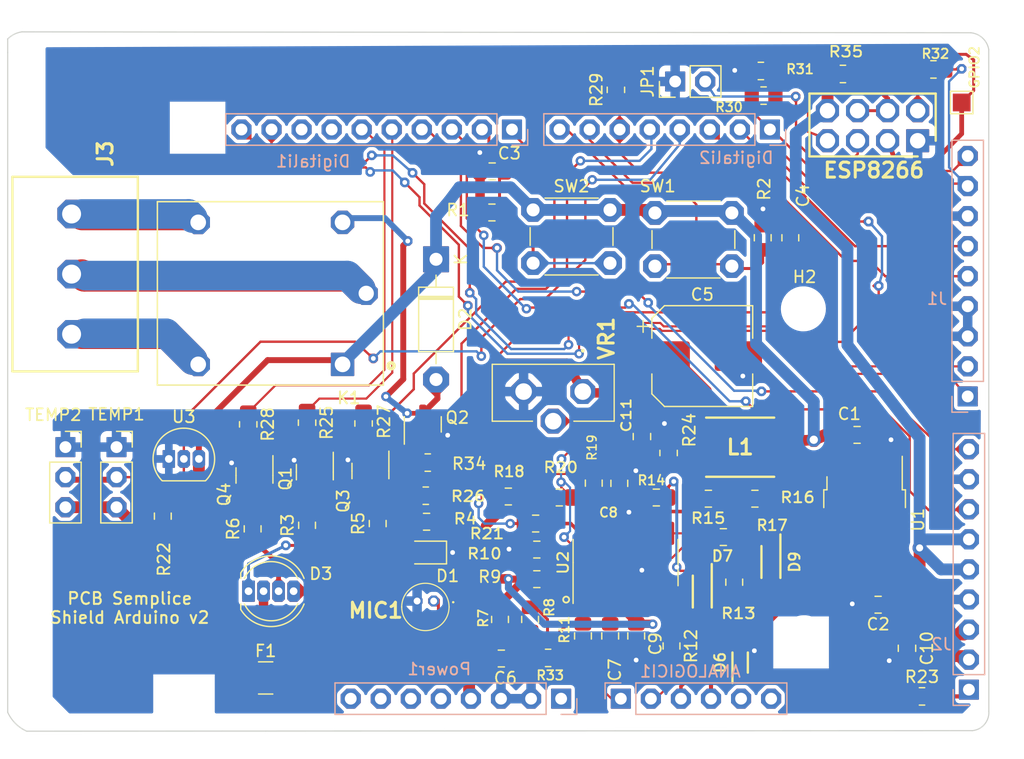
<source format=kicad_pcb>
(kicad_pcb (version 20211014) (generator pcbnew)
  (title_block (title "Shield Arduino") (date "2021-06-05") (rev "v2") (comment 4 "AISLER Project ID: QPPFIDWY"))
  (layers (0 "F.Cu" signal) (31 "B.Cu" signal) (34 "B.Paste" user) (35 "F.Paste" user) (36 "B.SilkS" user "B.Silkscreen") (37 "F.SilkS" user "F.Silkscreen") (38 "B.Mask" user) (39 "F.Mask" user) (44 "Edge.Cuts" user))
  (net 0 "")
  (net 1 "/01_connettori/AN0")
  (net 2 "/01_connettori/AN1")
  (net 3 "/01_connettori/AN2")
  (net 4 "/01_connettori/AN3")
  (net 7 "+5V")
  (net 8 "GND")
  (net 9 "+3V3")
  (net 10 "/01_connettori/SW2")
  (net 11 "/01_connettori/SW1")
  (net 12 "+5VA")
  (net 13 "Net-(C6-Pad2)")
  (net 14 "Net-(C6-Pad1)")
  (net 15 "Net-(C7-Pad1)")
  (net 16 "Net-(C7-Pad2)")
  (net 17 "Net-(C8-Pad1)")
  (net 18 "Net-(D1-Pad2)")
  (net 19 "Net-(D2-Pad2)")
  (net 20 "/01_connettori/LED_VERDE")
  (net 21 "/01_connettori/10")
  (net 22 "/01_connettori/11")
  (net 23 "/01_connettori/LED_BLU")
  (net 24 "/01_connettori/LED_ROSSO")
  (net 27 "/01_connettori/SDA")
  (net 28 "/01_connettori/SCL")
  (net 29 "/01_connettori/6_PWM")
  (net 30 "/01_connettori/5_PWM")
  (net 31 "/01_connettori/4")
  (net 32 "/01_connettori/DS18B20")
  (net 33 "/01_connettori/COMP")
  (net 34 "/01_connettori/1_TX")
  (net 35 "/01_connettori/0_RX")
  (net 36 "Net-(F1-Pad2)")
  (net 37 "/01_connettori/NC")
  (net 38 "/01_connettori/COM")
  (net 39 "/01_connettori/NO")
  (net 45 "Net-(R33-Pad1)")
  (net 46 "Net-(R10-Pad1)")
  (net 47 "Net-(R15-Pad2)")
  (net 48 "Net-(R15-Pad1)")
  (net 49 "Net-(C11-Pad1)")
  (net 50 "Net-(R18-Pad1)")
  (net 51 "Net-(R20-Pad1)")
  (net 52 "Net-(D3-Pad3)")
  (net 53 "Net-(D3-Pad4)")
  (net 54 "Net-(Q1-Pad3)")
  (net 55 "Net-(Q3-Pad3)")
  (net 56 "Net-(Q4-Pad3)")
  (net 57 "Net-(Q1-Pad1)")
  (net 58 "Net-(Q3-Pad1)")
  (net 59 "Net-(Q4-Pad1)")
  (net 60 "/01_connettori/GPIO0")
  (net 61 "/01_connettori/AN3_P")
  (net 62 "/01_connettori/GPIO_5")
  (net 63 "Net-(D3-Pad1)")
  (net 64 "Net-(Q2-Pad1)")
  (net 65 "Net-(ESP8266-Pad2)")
  (net 66 "Net-(ESP8266-Pad4)")
  (net 67 "Net-(ESP8266-Pad7)")
  (net 68 "Net-(D9-Pad2)")
  (net 69 "Net-(D7-Pad1)")
  (net 70 "Net-(D7-Pad2)")
  (footprint "Capacitor_SMD:C_0805_2012Metric_Pad1.15x1.40mm_HandSolder" (layer "F.Cu") (at 108.766 123.008)
    (fp_text reference "C1")
    (fp_text value "10uF 10V")
  )
  (footprint "Capacitor_SMD:C_0805_2012Metric_Pad1.15x1.40mm_HandSolder" (layer "F.Cu") (at 110.544 137.359 180)
    (fp_text reference "C2")
    (fp_text value "10uF 10V")
  )
  (footprint "Capacitor_SMD:C_0805_2012Metric_Pad1.15x1.40mm_HandSolder" (layer "F.Cu") (at 77.9272 100.7364 180)
    (fp_text reference "C3")
    (fp_text value "100nF")
  )
  (footprint "Capacitor_SMD:C_0805_2012Metric_Pad1.15x1.40mm_HandSolder" (layer "F.Cu") (at 103.124 106.3498 90)
    (fp_text reference "C4")
    (fp_text value "100nF")
  )
  (footprint "Capacitor_SMD:C_0805_2012Metric_Pad1.15x1.40mm_HandSolder" (layer "F.Cu") (at 78.701392 141.9056)
    (fp_text reference "C6")
    (fp_text value "10uF 10V")
  )
  (footprint "Capacitor_SMD:C_0805_2012Metric_Pad1.15x1.40mm_HandSolder" (layer "F.Cu") (at 87.9 140 -90)
    (fp_text reference "C7")
    (fp_text value "1uF 10V")
  )
  (footprint "Capacitor_SMD:C_0805_2012Metric_Pad1.15x1.40mm_HandSolder" (layer "F.Cu") (at 88.6714 127.1016 90)
    (fp_text reference "C8")
    (fp_text value "10uF 10V")
  )
  (footprint "Capacitor_SMD:C_0805_2012Metric_Pad1.15x1.40mm_HandSolder" (layer "F.Cu") (at 90.099997 140.000001 -90)
    (fp_text reference "C9")
    (fp_text value "100nF")
  )
  (footprint "LED_SMD:LED_0805_2012Metric" (layer "F.Cu") (at 72.3832 132.9476 180)
    (fp_text reference "D1")
    (fp_text value "LED")
  )
  (footprint "Diode_THT:D_DO-41_SOD81_P10.16mm_Horizontal" (layer "F.Cu") (at 73.1832 108.1676 -90)
    (fp_text reference "D2")
    (fp_text value "1N4001")
  )
  (footprint "LED_THT:LED_D5.0mm-4_RGB" (layer "F.Cu") (at 57.336 136.216)
    (fp_text reference "D3")
    (fp_text value "LED_ABRG")
  )
  (footprint "Fuse:Fuse_1210_3225Metric_Pad1.42x2.65mm_HandSolder" (layer "F.Cu") (at 58.7832 143.5476)
    (fp_text reference "F1")
    (fp_text value "0ZCH0150FF2E")
  )
  (footprint "LibraryLoaderAuto:TB00950803BE" (layer "F.Cu") (at 42.3832 114.499 90)
    (fp_text reference "J3")
    (fp_text value "TERMINAL BLOCK 3 POSIZIONI" hide)
  )
  (footprint "RELAY_SRD-05VDC-SL-C" (layer "F.Cu") (at 59.1832 111.0476 180)
    (fp_text reference "K1")
    (fp_text value "SRD-05VDC-SL-C")
  )
  (footprint "Resistor_SMD:R_0805_2012Metric_Pad1.15x1.40mm_HandSolder" (layer "F.Cu") (at 77.905 104.212 180)
    (fp_text reference "R1")
    (fp_text value "10K")
  )
  (footprint "Resistor_SMD:R_0805_2012Metric_Pad1.15x1.40mm_HandSolder" (layer "F.Cu") (at 100.7904 106.3456 90)
    (fp_text reference "R2")
    (fp_text value "10K")
  )
  (footprint "Resistor_SMD:R_0805_2012Metric_Pad1.15x1.40mm_HandSolder" (layer "F.Cu") (at 62.2832 130.6476 90)
    (fp_text reference "R3")
    (fp_text value "220R")
  )
  (footprint "Resistor_SMD:R_0805_2012Metric_Pad1.15x1.40mm_HandSolder" (layer "F.Cu") (at 72.3832 130.3476 180)
    (fp_text reference "R4")
    (fp_text value "1K")
  )
  (footprint "Resistor_SMD:R_0805_2012Metric_Pad1.15x1.40mm_HandSolder" (layer "F.Cu") (at 68.253 130.501 90)
    (fp_text reference "R5")
    (fp_text value "220R")
  )
  (footprint "Resistor_SMD:R_0805_2012Metric_Pad1.15x1.40mm_HandSolder" (layer "F.Cu") (at 57.6832 130.9476 90)
    (fp_text reference "R6")
    (fp_text value "220R")
  )
  (footprint "Resistor_SMD:R_0805_2012Metric_Pad1.15x1.40mm_HandSolder" (layer "F.Cu") (at 78.5908 138.6036 -90)
    (fp_text reference "R7")
    (fp_text value "2k2")
  )
  (footprint "Resistor_SMD:R_0805_2012Metric_Pad1.15x1.40mm_HandSolder" (layer "F.Cu") (at 81.1308 138.6036 -90)
    (fp_text reference "R8")
    (fp_text value "1k")
  )
  (footprint "Resistor_SMD:R_0805_2012Metric_Pad1.15x1.40mm_HandSolder" (layer "F.Cu") (at 81.699989 135.2)
    (fp_text reference "R9")
    (fp_text value "10k")
  )
  (footprint "Resistor_SMD:R_0805_2012Metric_Pad1.15x1.40mm_HandSolder" (layer "F.Cu") (at 81.699989 132.7 180)
    (fp_text reference "R10")
    (fp_text value "10k")
  )
  (footprint "Resistor_SMD:R_0805_2012Metric_Pad1.15x1.40mm_HandSolder" (layer "F.Cu") (at 85.600006 140.000001 90)
    (fp_text reference "R11")
    (fp_text value "100R")
  )
  (footprint "Resistor_SMD:R_0805_2012Metric_Pad1.15x1.40mm_HandSolder" (layer "F.Cu") (at 93.0832 140.8476 -90)
    (fp_text reference "R12")
    (fp_text value "10k")
  )
  (footprint "Resistor_SMD:R_0805_2012Metric_Pad1.15x1.40mm_HandSolder" (layer "F.Cu") (at 98.3832 135.454 -90)
    (fp_text reference "R13")
    (fp_text value "100k")
  )
  (footprint "Resistor_SMD:R_0805_2012Metric_Pad1.15x1.40mm_HandSolder" (layer "F.Cu") (at 91.799994 128.299999)
    (fp_text reference "R14")
    (fp_text value "100R")
  )
  (footprint "Resistor_SMD:R_0805_2012Metric_Pad1.15x1.40mm_HandSolder" (layer "F.Cu") (at 96.20001 128.400001 180)
    (fp_text reference "R15")
    (fp_text value "1k")
  )
  (footprint "Resistor_SMD:R_0805_2012Metric_Pad1.15x1.40mm_HandSolder" (layer "F.Cu") (at 100.13 128.400001 180)
    (fp_text reference "R16")
    (fp_text value "100R")
  )
  (footprint "Resistor_SMD:R_0805_2012Metric_Pad1.15x1.40mm_HandSolder" (layer "F.Cu") (at 97.463 131.644)
    (fp_text reference "R17")
    (fp_text value "1k")
  )
  (footprint "Resistor_SMD:R_0805_2012Metric_Pad1.15x1.40mm_HandSolder" (layer "F.Cu") (at 79.293008 128.215 180)
    (fp_text reference "R18")
    (fp_text value "22k")
  )
  (footprint "Resistor_SMD:R_0805_2012Metric_Pad1.15x1.40mm_HandSolder" (layer "F.Cu") (at 86.5124 127.0852 -90)
    (fp_text reference "R19")
    (fp_text value "6k8")
  )
  (footprint "Resistor_SMD:R_0805_2012Metric_Pad1.15x1.40mm_HandSolder" (layer "F.Cu") (at 83.60001 128.299999)
    (fp_text reference "R20")
    (fp_text value "10k")
  )
  (footprint "Resistor_SMD:R_0805_2012Metric_Pad1.15x1.40mm_HandSolder" (layer "F.Cu") (at 81.599989 130.499999)
    (fp_text reference "R21")
    (fp_text value "100R")
  )
  (footprint "Resistor_SMD:R_0805_2012Metric_Pad1.15x1.40mm_HandSolder" (layer "F.Cu") (at 50.092 129.874999 90)
    (fp_text reference "R22")
    (fp_text value "10k")
  )
  (footprint "Package_TO_SOT_SMD:TO-252-2" (layer "F.Cu") (at 109.401 130.12 -90)
    (fp_text reference "U1")
    (fp_text value "NCP1117-3.3")
  )
  (footprint "Package_SO:SOIC-14_3.9x8.7mm_P1.27mm" (layer "F.Cu") (at 89.2 133.8 90)
    (fp_text reference "U2")
    (fp_text value "LM324DR2G")
  )
  (footprint "Package_TO_SOT_THT:TO-92_Inline" (layer "F.Cu") (at 50.6 125.04)
    (fp_text reference "U3")
    (fp_text value "DS18B20")
  )
  (footprint "Connector_PinSocket_2.54mm:PinSocket_1x03_P2.54mm_Vertical" (layer "F.Cu") (at 46.18 124.039)
    (fp_text reference "TEMP1")
    (fp_text value "Conn_01x03")
  )
  (footprint "Connector_PinSocket_2.54mm:PinSocket_1x03_P2.54mm_Vertical" (layer "F.Cu") (at 41.862 124.039)
    (fp_text reference "TEMP2")
    (fp_text value "Conn_01x03")
  )
  (footprint "MountingHole:MountingHole_3.2mm_M3" (layer "F.Cu") (at 52.1832 145.3476)
    (fp_text reference "H1" hide)
    (fp_text value "MountingHole")
  )
  (footprint "MountingHole:MountingHole_3.2mm_M3" (layer "F.Cu") (at 103.9832 112.5476)
    (fp_text reference "H2")
    (fp_text value "MountingHole")
  )
  (footprint "MountingHole:MountingHole_3.2mm_M3" (layer "F.Cu") (at 104.2832 140.1476)
    (fp_text reference "H3" hide)
    (fp_text value "MountingHole")
  )
  (footprint "Package_TO_SOT_SMD:SOT-23" (layer "F.Cu") (at 72.063 122.119 90)
    (fp_text reference "Q2")
    (fp_text value "DMN3404L")
  )
  (footprint "Fiducial:Fiducial_1mm_Mask2mm" (layer "F.Cu") (at 43.0816 144.1408)
    (fp_text reference "FID3" hide)
    (fp_text value "Fiducial")
  )
  (footprint "Resistor_SMD:R_0805_2012Metric_Pad1.20x1.40mm_HandSolder" (layer "F.Cu") (at 72.317 128.1476 180)
    (fp_text reference "R26")
    (fp_text value "3k3")
  )
  (footprint "Capacitor_SMD:C_0805_2012Metric_Pad1.18x1.45mm_HandSolder" (layer "F.Cu") (at 90.5832 123.1476 90)
    (fp_text reference "C11")
    (fp_text value "10uF 10V")
  )
  (footprint "Package_TO_SOT_SMD:SOT-23" (layer "F.Cu") (at 67.638372 126.057531 -90)
    (fp_text reference "Q3")
    (fp_text value "BC848")
  )
  (footprint "Resistor_SMD:R_0805_2012Metric_Pad1.20x1.40mm_HandSolder" (layer "F.Cu") (at 115.2176 92.1216)
    (fp_text reference "R32")
    (fp_text value "0R")
  )
  (footprint "Resistor_SMD:R_0805_2012Metric_Pad1.20x1.40mm_HandSolder" (layer "F.Cu") (at 92.837 124.5362 90)
    (fp_text reference "R24")
    (fp_text value "6k8")
  )
  (footprint "Resistor_SMD:R_0805_2012Metric_Pad1.20x1.40mm_HandSolder" (layer "F.Cu") (at 67.0592 122.0428 -90)
    (fp_text reference "R27")
    (fp_text value "1K")
  )
  (footprint "LibraryLoaderAuto:SOD3716X135N" (layer "F.Cu") (at 95.6832 136.2476 -90)
    (fp_text reference "D7")
    (fp_text value "BAT54T1G" hide)
  )
  (footprint "LibraryLoaderAuto:CMEJ041542LP" (layer "F.Cu") (at 72.9832 136.9476 180)
    (fp_text reference "MIC1")
    (fp_text value "CMEJ-0415-42-LP" hide)
  )
  (footprint "Resistor_SMD:R_0805_2012Metric_Pad1.20x1.40mm_HandSolder" (layer "F.Cu") (at 107.569 92.5068 180)
    (fp_text reference "R35")
    (fp_text value "10K")
  )
  (footprint "Resistor_SMD:R_0805_2012Metric_Pad1.20x1.40mm_HandSolder" (layer "F.Cu") (at 100.8634 94.3356)
    (fp_text reference "R30")
    (fp_text value "1k")
  )
  (footprint "Connector_PinHeader_2.54mm:PinHeader_1x02_P2.54mm_Vertical" (layer "F.Cu") (at 93.3908 93.1418 90)
    (fp_text reference "JP1")
    (fp_text value "Jumper_2_Bridged")
  )
  (footprint "Fiducial:Fiducial_1mm_Mask2mm" (layer "F.Cu") (at 46.1296 93.1376)
    (fp_text reference "FID1" hide)
    (fp_text value "Fiducial")
  )
  (footprint "Fiducial:Fiducial_1mm_Mask2mm" (layer "F.Cu") (at 109.4772 142.7184)
    (fp_text reference "FID2" hide)
    (fp_text value "Fiducial")
  )
  (footprint "Button_Switch_THT:SW_PUSH_6mm_H4.3mm" (layer "F.Cu") (at 91.6832 104.2476)
    (fp_text reference "SW1")
    (fp_text value "SW_Push")
  )
  (footprint "Resistor_SMD:R_0805_2012Metric_Pad1.20x1.40mm_HandSolder" (layer "F.Cu") (at 57.310628 122.117469 -90)
    (fp_text reference "R28")
    (fp_text value "1K")
  )
  (footprint "LibraryLoaderAuto:SOD2613X100N" (layer "F.Cu") (at 98.8832 142.2476 90)
    (fp_text reference "D6")
    (fp_text value "AQ3530-01FTG" hide)
  )
  (footprint "LibraryLoaderAuto:RHDR8W79P254_2X4_1067X495X851P" (layer "F.Cu") (at 113.8832 98.1476)
    (fp_text reference "ESP8266")
    (fp_text value "SSW-104-01-L-D" hide)
  )
  (footprint "Package_TO_SOT_SMD:SOT-23" (layer "F.Cu") (at 57.839 126.437 -90)
    (fp_text reference "Q4")
    (fp_text value "BC848")
  )
  (footprint "Resistor_SMD:R_0805_2012Metric_Pad1.20x1.40mm_HandSolder" (layer "F.Cu") (at 62.284 121.976 -90)
    (fp_text reference "R25")
    (fp_text value "1K")
  )
  (footprint "Resistor_SMD:R_0805_2012Metric_Pad1.20x1.40mm_HandSolder" (layer "F.Cu") (at 100.6348 92.2528 180)
    (fp_text reference "R31")
    (fp_text value "2K2")
  )
  (footprint "MountingHole:MountingHole_3.2mm_M3" (layer "F.Cu") (at 53.14 97.2)
    (fp_text reference "H4" hide)
    (fp_text value "MountingHole")
  )
  (footprint "Button_Switch_THT:SW_PUSH_6mm_H4.3mm" (layer "F.Cu") (at 81.386 103.994)
    (fp_text reference "SW2")
    (fp_text value "SW_Push")
  )
  (footprint "TestPoint:TestPoint_Pad_1.5x1.5mm" (layer "F.Cu") (at 117.6052 94.9156)
    (fp_text reference "GPIO2")
    (fp_text value "GPIO2")
  )
  (footprint "LibraryLoaderAuto:SOD3716X135N" (layer "F.Cu") (at 101.4832 133.7476 -90)
    (fp_text reference "D9")
    (fp_text value "BAT54T1G" hide)
  )
  (footprint "LibraryLoaderAuto:INDPM5850X530N" (layer "F.Cu") (at 98.8832 124.0476 180)
    (fp_text reference "L1")
    (fp_text value "B82442T1685K050" hide)
  )
  (footprint "Capacitor_SMD:CP_Elec_8x6.2" (layer "F.Cu") (at 95.6832 116.3476)
    (fp_text reference "C5")
    (fp_text value "865080253012 470uF 10V")
  )
  (footprint "LibraryLoaderAuto:PT10MH01103A2020S" (layer "F.Cu") (at 83.0832 119.4476 90)
    (fp_text reference "VR1")
    (fp_text value "PT10MH01-103A2020-S" hide)
  )
  (footprint "Capacitor_SMD:C_0805_2012Metric_Pad1.18x1.45mm_HandSolder" (layer "F.Cu") (at 112.9824 141.042 -90)
    (fp_text reference "C10")
    (fp_text value "100nF")
  )
  (footprint "Package_TO_SOT_SMD:SOT-23" (layer "F.Cu") (at 62.939372 126.152531 -90)
    (fp_text reference "Q1")
    (fp_text value "BC848")
  )
  (footprint "Resistor_SMD:R_0805_2012Metric_Pad1.20x1.40mm_HandSolder" (layer "F.Cu") (at 82.6548 141.8548)
    (fp_text reference "R33")
    (fp_text value "100k")
  )
  (footprint "Resistor_SMD:R_0805_2012Metric_Pad1.20x1.40mm_HandSolder" (layer "F.Cu") (at 72.4832 125.3476 180)
    (fp_text reference "R34")
    (fp_text value "220k")
  )
  (footprint "Resistor_SMD:R_0805_2012Metric_Pad1.20x1.40mm_HandSolder" (layer "F.Cu") (at 114.2524 145.106)
    (fp_text reference "R23")
    (fp_text value "100R")
  )
  (footprint "Resistor_SMD:R_0805_2012Metric_Pad1.20x1.40mm_HandSolder" (layer "F.Cu") (at 88.3832 93.8476 90)
    (fp_text reference "R29")
    (fp_text value "0R")
  )
  (footprint "Connector_PinHeader_2.54mm:PinHeader_1x09_P2.54mm_Vertical" (layer "B.Cu") (at 118.1132 119.7568)
    (fp_text reference "J1")
    (fp_text value "Conn_01x09")
  )
  (footprint "Connector_PinHeader_2.54mm:PinHeader_1x09_P2.54mm_Vertical" (layer "B.Cu") (at 118.2148 144.5372)
    (fp_text reference "J2")
    (fp_text value "Conn_01x09")
  )
  (footprint "Connector_PinHeader_2.54mm:PinHeader_1x06_P2.54mm_Vertical" (layer "B.Cu") (at 88.8 145.3 -90)
    (fp_text reference "ANALOGICI1")
    (fp_text value "Conn_01x06")
  )
  (footprint "Connector_PinHeader_2.54mm:PinHeader_1x10_P2.54mm_Vertical" (layer "B.Cu") (at 79.6 97.2 90)
    (fp_text reference "Digitali1")
    (fp_text value "Conn_01x10")
  )
  (footprint "Connector_PinHeader_2.54mm:PinHeader_1x08_P2.54mm_Vertical" (layer "B.Cu") (at 101.4 97.2 90)
    (fp_text reference "Digitali2")
    (fp_text value "Conn_01x08")
  )
  (footprint "Connector_PinHeader_2.54mm:PinHeader_1x08_P2.54mm_Vertical" (layer "B.Cu") (at 83.7532 145.3 90)
    (fp_text reference "Power1")
    (fp_text value "Conn_01x08")
  )
  (gr_circle (center 84.1788 136.9272) (end 84.382 137.0796) (layer "F.SilkS") (width 0.15) (fill none))
  (gr_arc (start 119.898351 146.374175) (mid 119.536989 147.465253) (end 118.5196 148) (layer "Edge.Cuts") (width 0.1))
  (gr_line (start 118.364 89.0228) (end 38.1832 88.9476) (layer "Edge.Cuts") (width 0.1))
  (gr_line (start 38.5832 148.0476) (end 58.783193 148.035571) (layer "Edge.Cuts") (width 0.1))
  (gr_arc (start 38.5832 148.0476) (mid 37.638254 147.392546) (end 36.9832 146.4476) (layer "Edge.Cuts") (width 0.1))
  (gr_line (start 119.898351 146.374175) (end 119.8912 90.4452) (layer "Edge.Cuts") (width 0.1))
  (gr_line (start 36.9832 90.6992) (end 36.9832 89.5476) (layer "Edge.Cuts") (width 0.1))
  (gr_line (start 58.783193 148.035571) (end 118.5196 148) (layer "Edge.Cuts") (width 0.1))
  (gr_arc (start 36.9832 89.5476) (mid 37.534803 89.150807) (end 38.1832 88.9476) (layer "Edge.Cuts") (width 0.1))
  (gr_arc (start 118.364 89.0228) (mid 119.372029 89.471562) (end 119.8912 90.4452) (layer "Edge.Cuts") (width 0.1))
  (gr_line (start 36.9832 146.4476) (end 36.9832 90.6992) (layer "Edge.Cuts") (width 0.1))
  (gr_text "PCB Semplice\nShield Arduino v2" (at 47.298 137.6384) (layer "F.SilkS") (effects (font (size 1 1) (thickness 0.17))))
  (segment (start 85.6 142.895) (end 88.205 145.5) (width 0.18) (layer "F.Cu") (net 1))
  (segment (start 85.6 141.025) (end 85.6 142.895) (width 0.18) (layer "F.Cu") (net 1))
  (segment (start 91.5308 145.5) (end 98.4832 138.8476) (width 0.18) (layer "F.Cu") (net 2))
  (segment (start 98.4832 138.8476) (end 99.956884 138.8476) (width 0.18) (layer "F.Cu") (net 2))
  (segment (start 102.8832 135.921284) (end 102.8832 131.1476) (width 0.18) (layer "F.Cu") (net 2))
  (segment (start 99.956884 138.8476) (end 102.8832 135.921284) (width 0.18) (layer "F.Cu") (net 2))
  (segment (start 102.8832 131.1476) (end 101.155 128.400001) (width 0.18) (layer "F.Cu") (net 2))
  (segment (start 96.9814 126.818) (end 96.9772 126.8222) (width 0.3) (layer "F.Cu") (net 3))
  (segment (start 93.88 144.2508) (end 93.88 145.5) (width 0.3) (layer "F.Cu") (net 3))
  (segment (start 100.5832 139.6476) (end 98.6832 139.6476) (width 0.3) (layer "F.Cu") (net 3))
  (segment (start 87.8832 120.9476) (end 86.9832 121.8476) (width 0.3) (layer "F.Cu") (net 3))
  (segment (start 103.6832 136.5476) (end 100.5832 139.6476) (width 0.3) (layer "F.Cu") (net 3))
  (segment (start 86.9832 121.8476) (end 83.0832 121.8476) (width 0.3) (layer "F.Cu") (net 3))
  (segment (start 96.9772 126.8222) (end 94.7674 126.8222) (width 0.3) (layer "F.Cu") (net 3))
  (segment (start 103.6832 128.0476) (end 103.6832 136.5476) (width 0.3) (layer "F.Cu") (net 3))
  (segment (start 93.4832 120.9476) (end 87.8832 120.9476) (width 0.3) (layer "F.Cu") (net 3))
  (segment (start 94.1578 126.2126) (end 94.1578 121.6222) (width 0.3) (layer "F.Cu") (net 3))
  (segment (start 94.1578 121.6222) (end 93.4832 120.9476) (width 0.3) (layer "F.Cu") (net 3))
  (segment (start 94.7674 126.8222) (end 94.1578 126.2126) (width 0.3) (layer "F.Cu") (net 3))
  (segment (start 96.9814 126.818) (end 102.4536 126.818) (width 0.3) (layer "F.Cu") (net 3))
  (segment (start 102.4536 126.818) (end 103.6832 128.0476) (width 0.3) (layer "F.Cu") (net 3))
  (segment (start 98.6832 139.6476) (end 93.88 144.2508) (width 0.3) (layer "F.Cu") (net 3))
  (segment (start 115.2524 145.106) (end 117.646 145.106) (width 0.35) (layer "F.Cu") (net 4))
  (segment (start 41.862 129.119) (end 46.18 129.119) (width 1) (layer "F.Cu") (net 7))
  (segment (start 53.14 125.04) (end 53.14 122.5) (width 0.5) (layer "F.Cu") (net 7))
  (segment (start 105.1052 123.4186) (end 106.0662 123.008) (width 1) (layer "F.Cu") (net 7))
  (segment (start 118.2148 139.4572) (end 117.7984 139.8736) (width 1) (layer "F.Cu") (net 7))
  (segment (start 50.092 131.39) (end 54.918 136.216) (width 1) (layer "F.Cu") (net 7))
  (segment (start 53.14 129.231) (end 51.471 130.9) (width 1) (layer "F.Cu") (net 7))
  (segment (start 105.1052 123.4186) (end 104.4194 123.4694) (width 0.9) (layer "F.Cu") (net 7))
  (segment (start 115.116 140.6864) (end 115.116 139.8736) (width 1) (layer "F.Cu") (net 7))
  (segment (start 58.606 142.2373) (end 57.2957 143.5476) (width 0.8) (layer "F.Cu") (net 7))
  (segment (start 49.947 130.755) (end 50.092 130.9) (width 1) (layer "F.Cu") (net 7))
  (segment (start 107.3284 137.814635) (end 107.3284 137.7928) (width 1) (layer "F.Cu") (net 7))
  (segment (start 53.14 122.5) (end 58.951 116.689) (width 0.5) (layer "F.Cu") (net 7))
  (segment (start 107.741 123.008) (end 107.741 125.3) (width 1) (layer "F.Cu") (net 7))
  (segment (start 112.9824 140.0045) (end 113.1133 139.8736) (width 1) (layer "F.Cu") (net 7))
  (segment (start 87.886 103.994) (end 91.53 103.994) (width 1) (layer "F.Cu") (net 7))
  (segment (start 53.14 125.04) (end 53.14 129.231) (width 1) (layer "F.Cu") (net 7))
  (segment (start 106.0662 123.008) (end 107.741 123.008) (width 1) (layer "F.Cu") (net 7))
  (segment (start 46.18 129.119) (end 47.816 130.755) (width 1) (layer "F.Cu") (net 7))
  (segment (start 116.132 141.7024) (end 115.116 140.6864) (width 1) (layer "F.Cu") (net 7))
  (segment (start 54.918 141.1699) (end 57.2957 143.5476) (width 1) (layer "F.Cu") (net 7))
  (segment (start 105.0832 135.5476) (end 105.0832 127.1476) (width 1) (layer "F.Cu") (net 7))
  (segment (start 109.518265 140.0045) (end 107.3284 137.814635) (width 1) (layer "F.Cu") (net 7))
  (segment (start 117.7984 139.8736) (end 115.116 139.8736) (width 1) (layer "F.Cu") (net 7))
  (segment (start 58.606 136.216) (end 58.606 142.2373) (width 0.8) (layer "F.Cu") (net 7))
  (segment (start 114.9636 139.8736) (end 114.9636 140.026) (width 1) (layer "F.Cu") (net 7))
  (segment (start 105.0832 127.1476) (end 106.3108 125.92) (width 1) (layer "F.Cu") (net 7))
  (segment (start 106.3108 125.92) (end 107.121 125.92) (width 1) (layer "F.Cu") (net 7))
  (segment (start 47.816 130.755) (end 49.947 130.755) (width 1) (layer "F.Cu") (net 7))
  (segment (start 112.9824 140.0045) (end 109.518265 140.0045) (width 1) (layer "F.Cu") (net 7))
  (segment (start 58.951 116.689) (end 64.828 116.689) (width 0.5) (layer "F.Cu") (net 7))
  (segment (start 50.092 130.9) (end 50.092 131.39) (width 1) (layer "F.Cu") (net 7))
  (segment (start 51.471 130.9) (end 50.092 130.9) (width 1) (layer "F.Cu") (net 7))
  (segment (start 104.4194 123.4694) (end 101.3798 123.4694) (width 0.9) (layer "F.Cu") (net 7))
  (segment (start 118.2148 141.7024) (end 116.132 141.7024) (width 1) (layer "F.Cu") (net 7))
  (segment (start 113.1133 139.8736) (end 114.9636 139.8736) (width 1) (layer "F.Cu") (net 7))
  (segment (start 107.741 125.3) (end 107.121 125.92) (width 1) (layer "F.Cu") (net 7))
  (segment (start 54.918 136.216) (end 54.918 141.1699) (width 1) (layer "F.Cu") (net 7))
  (segment (start 107.3284 137.7928) (end 105.0832 135.5476) (width 1) (layer "F.Cu") (net 7))
  (via (at 105.1052 123.4186) (size 1.2) (drill 0.7) (layers "F.Cu" "B.Cu") (net 7))
  (segment (start 73.1832 104.5476) (end 74.2832 103.2476) (width 1) (layer "B.Cu") (net 7))
  (segment (start 74.2832 103.2476) (end 75.1586 102.0826) (width 1) (layer "B.Cu") (net 7))
  (segment (start 75.1586 102.0826) (end 79.4746 102.0826) (width 1) (layer "B.Cu") (net 7))
  (segment (start 73.1832 108.1676) (end 73.1832 109.029856) (width 1) (layer "B.Cu") (net 7))
  (segment (start 98.121 104.085) (end 91.621 104.085) (width 1) (layer "B.Cu") (net 7))
  (segment (start 79.4746 102.0826) (end 81.386 103.994) (width 1) (layer "B.Cu") (net 7))
  (segment (start 100.2284 106.1924) (end 100.2284 115.316) (width 1) (layer "B.Cu") (net 7))
  (segment (start 100.2284 115.316) (end 105.1052 120.1928) (width 1) (layer "B.Cu") (net 7))
  (segment (start 73.1832 108.1676) (end 73.1832 104.5476) (width 1) (layer "B.Cu") (net 7))
  (segment (start 98.121 104.085) (end 100.2284 106.1924) (width 1) (layer "B.Cu") (net 7))
  (segment (start 73.1832 109.029856) (end 65.3707 116.842356) (width 1) (layer "B.Cu") (net 7))
  (segment (start 81.386 103.994) (end 87.886 103.994) (width 1) (layer "B.Cu") (net 7))
  (segment (start 105.1052 120.1928) (end 105.1052 123.4186) (width 1) (layer "B.Cu") (net 7))
  (segment (start 111.6838 142.0795) (end 111.4887 142.0795) (width 0.6) (layer "F.Cu") (net 8))
  (segment (start 41.862 124.039) (end 46.18 124.039) (width 0.5) (layer "F.Cu") (net 8))
  (segment (start 89.2 131.325) (end 89.2 129.8242) (width 0.6) (layer "F.Cu") (net 8))
  (segment (start 111.681 123.4666) (end 111.633 123.4186) (width 0.8) (layer "F.Cu") (net 8))
  (segment (start 90.5832 122.1101) (end 92.4207 122.1101) (width 0.5) (layer "F.Cu") (net 8))
  (segment (start 100.0832 141.2476) (end 98.8832 141.2726) (width 0.6) (layer "F.Cu") (net 8))
  (segment (start 112.9824 142.0795) (end 111.6838 142.0795) (width 0.6) (layer "F.Cu") (net 8))
  (segment (start 73.013 124.8774) (end 73.4832 125.3476) (width 0.6) (layer "F.Cu") (net 8))
  (segment (start 109.791 123.008) (end 111.2986 123.008) (width 0.8) (layer "F.Cu") (net 8))
  (segment (start 90.0938 142.0368) (end 90.099997 141.433397) (width 0.6) (layer "F.Cu") (net 8))
  (segment (start 111.4887 142.0795) (end 111.4806 142.0876) (width 0.6) (layer "F.Cu") (net 8))
  (segment (start 80.674989 132.7) (end 79.4154 132.7) (width 0.6) (layer "F.Cu") (net 8))
  (segment (start 89.2 129.8242) (end 89.4842 129.54) (width 0.6) (layer "F.Cu") (net 8))
  (segment (start 90.47 134.5486) (end 90.5764 134.4422) (width 0.6) (layer "F.Cu") (net 8))
  (segment (start 99.0914 116.6876) (end 99.0914 118.0144) (width 0.6) (layer "F.Cu") (net 8))
  (segment (start 65.735569 125.120031) (end 65.7352 125.1204) (width 0.6) (layer "F.Cu") (net 8))
  (segment (start 92.4207 122.1101) (end 92.4832 122.0476) (width 0.5) (layer "F.Cu") (net 8))
  (segment (start 73.013 123.0565) (end 74.1491 123.0565) (width 0.6) (layer "F.Cu") (net 8))
  (segment (start 90.0684 126.0348) (end 89.8996 126.0766) (width 0.7) (layer "F.Cu") (net 8))
  (segment (start 90.47 136.275) (end 90.47 134.5486) (width 0.6) (layer "F.Cu") (net 8))
  (segment (start 100.8126 103.9114) (end 100.7904 104.1432) (width 0.6) (layer "F.Cu") (net 8))
  (segment (start 111.2986 123.008) (end 111.633 123.4186) (width 0.8) (layer "F.Cu") (net 8))
  (segment (start 74.1491 123.0565) (end 74.168 123.0376) (width 0.6) (layer "F.Cu") (net 8))
  (segment (start 61.257831 125.215031) (end 61.1886 125.1458) (width 0.6) (layer "F.Cu") (net 8))
  (segment (start 92.837 122.4014) (end 92.4832 122.0476) (width 0.5) (layer "F.Cu") (net 8))
  (segment (start 56.889 125.4995) (end 56.0305 125.4995) (width 0.6) (layer "F.Cu") (net 8))
  (segment (start 98.3996 92.2274) (end 98.425 92.202) (width 0.4) (layer "F.Cu") (net 8))
  (segment (start 99.0914 118.0144) (end 99.1108 118.0338) (width 0.6) (layer "F.Cu") (net 8))
  (segment (start 90.099997 141.433397) (end 90.099997 141.025001) (width 0.6) (layer "F.Cu") (net 8))
  (segment (start 66.688372 125.120031) (end 65.735569 125.120031) (width 0.6) (layer "F.Cu") (net 8))
  (segment (start 56.0305 125.4995) (end 55.9054 125.3744) (width 0.6) (layer "F.Cu") (net 8))
  (segment (start 73.013 123.0565) (end 73.013 124.8774) (width 0.6) (layer "F.Cu") (net 8))
  (segment (start 103.124 105.3248) (end 100.7946 105.3248) (width 0.6) (layer "F.Cu") (net 8))
  (segment (start 86.5124 126.0602) (end 88.655 126.0602) (width 0.7) (layer "F.Cu") (net 8))
  (segment (start 76.9022 100.7364) (end 76.9022 104.1898) (width 0.8) (layer "F.Cu") (net 8))
  (segment (start 92.837 123.5362) (end 92.837 122.4014) (width 0.5) (layer "F.Cu") (net 8))
  (segment (start 99.6348 92.2528) (end 98.3996 92.2274) (width 0.7) (layer "F.Cu") (net 8))
  (segment (start 89.8996 126.0766) (end 88.6714 126.0766) (width 0.7) (layer "F.Cu") (net 8))
  (segment (start 76.8832 99.1476) (end 76.8858 100.7364) (width 0.8) (layer "F.Cu") (net 8))
  (segment (start 109.519 137.359) (end 108.4284 137.359) (width 0.8) (layer "F.Cu") (net 8))
  (segment (start 73.3207 132.9476) (end 74.5832 132.9476) (width 0.5) (layer "F.Cu") (net 8))
  (segment (start 111.681 125.92) (end 111.681 123.4666) (width 0.8) (layer "F.Cu") (net 8))
  (segment (start 61.989372 125.215031) (end 61.257831 125.215031) (width 0.6) (layer "F.Cu") (net 8))
  (segment (start 108.4284 137.359) (end 108.3564 137.287) (width 0.8) (layer "F.Cu") (net 8))
  (segment (start 100.7904 104.1432) (end 100.7904 105.3206) (width 0.6) (layer "F.Cu") (net 8))
  (via (at 111.633 123.4186) (size 0.8) (drill 0.4) (layers "F.Cu" "B.Cu") (net 8))
  (via (at 74.168 123.0376) (size 0.8) (drill 0.4) (layers "F.Cu" "B.Cu") (net 8))
  (via (at 92.4832 122.0476) (size 0.8) (drill 0.4) (layers "F.Cu" "B.Cu") (net 8))
  (via (at 89.4842 129.54) (size 0.8) (drill 0.4) (layers "F.Cu" "B.Cu") (net 8))
  (via (at 61.1886 125.1458) (size 0.8) (drill 0.4) (layers "F.Cu" "B.Cu") (net 8))
  (via (at 79.3496 132.6642) (size 0.8) (drill 0.4) (layers "F.Cu" "B.Cu") (net 8))
  (via (at 111.4806 142.0876) (size 0.8) (drill 0.4) (layers "F.Cu" "B.Cu") (net 8))
  (via (at 76.8832 99.1476) (size 0.8) (drill 0.4) (layers "F.Cu" "B.Cu") (net 8))
  (via (at 100.8126 103.9114) (size 0.8) (drill 0.4) (layers "F.Cu" "B.Cu") (net 8))
  (via (at 108.3564 137.287) (size 0.8) (drill 0.4) (layers "F.Cu" "B.Cu") (net 8))
  (via (at 100.0832 141.2476) (size 0.8) (drill 0.4) (layers "F.Cu" "B.Cu") (net 8))
  (via (at 90.5764 134.4422) (size 0.8) (drill 0.4) (layers "F.Cu" "B.Cu") (net 8))
  (via (at 90.0684 126.0348) (size 0.8) (drill 0.4) (layers "F.Cu" "B.Cu") (net 8))
  (via (at 98.425 92.202) (size 0.8) (drill 0.4) (layers "F.Cu" "B.Cu") (net 8))
  (via (at 99.1108 118.0338) (size 0.8) (drill 0.4) (layers "F.Cu" "B.Cu") (net 8))
  (via (at 65.7352 125.1204) (size 0.8) (drill 0.4) (layers "F.Cu" "B.Cu") (net 8))
  (via (at 74.5832 132.9476) (size 0.8) (drill 0.4) (layers "F.Cu" "B.Cu") (net 8))
  (via (at 55.9054 125.3744) (size 0.8) (drill 0.4) (layers "F.Cu" "B.Cu") (net 8))
  (via (at 90.0938 142.0368) (size 0.8) (drill 0.4) (layers "F.Cu" "B.Cu") (net 8))
  (segment (start 111.569 137.359) (end 113.8206 137.359) (width 1) (layer "F.Cu") (net 9))
  (segment (start 106.2632 95.6076) (end 106.2768 92.799) (width 1) (layer "F.Cu") (net 9))
  (segment (start 113.8206 137.359) (end 114.0492 137.1304) (width 1) (layer "F.Cu") (net 9))
  (segment (start 114.0492 137.1304) (end 114.0492 132.5584) (width 1) (layer "F.Cu") (net 9))
  (segment (start 111.569 136.069) (end 111.569 137.359) (width 1) (layer "F.Cu") (net 9))
  (segment (start 108.8 133.3) (end 111.569 136.069) (width 1) (layer "F.Cu") (net 9))
  (segment (start 106.2768 92.799) (end 106.569 92.5068) (width 1) (layer "F.Cu") (net 9))
  (via (at 114.0492 132.5584) (size 1.2) (drill 0.6) (layers "F.Cu" "B.Cu") (net 9))
  (segment (start 114.0492 123.262) (end 107.95 115.4176) (width 1) (layer "B.Cu") (net 9))
  (segment (start 103.5812 97.5106) (end 106.2768 95.4928) (width 1) (layer "B.Cu") (net 9))
  (segment (start 107.95 115.4176) (end 107.95 107.2642) (width 1) (layer "B.Cu") (net 9))
  (segment (start 114.0492 132.5584) (end 114.0492 123.262) (width 1) (layer "B.Cu") (net 9))
  (segment (start 107.95 107.2642) (end 103.5812 102.8954) (width 1) (layer "B.Cu") (net 9))
  (segment (start 115.868 134.3772) (end 118.2148 134.3772) (width 1) (layer "B.Cu") (net 9))
  (segment (start 114.6488 131.8372) (end 118.2148 131.8372) (width 1) (layer "B.Cu") (net 9))
  (segment (start 114.0492 132.5584) (end 115.868 134.3772) (width 1) (layer "B.Cu") (net 9))
  (segment (start 103.5812 102.8954) (end 103.5812 97.5106) (width 1) (layer "B.Cu") (net 9))
  (segment (start 78.93 104.729) (end 81.386 107.185) (width 0.25) (layer "F.Cu") (net 10))
  (segment (start 77.651 99.132) (end 78.549 100.03) (width 0.25) (layer "F.Cu") (net 10))
  (segment (start 81.386 107.185) (end 81.386 108.494) (width 0.25) (layer "F.Cu") (net 10))
  (segment (start 78.549 100.03) (end 78.549 103.831) (width 0.25) (layer "F.Cu") (net 10))
  (segment (start 77.06 97.2) (end 77.651 97.791) (width 0.25) (layer "F.Cu") (net 10))
  (segment (start 78.54 100.021) (end 78.54 101.055) (width 0.25) (layer "F.Cu") (net 10))
  (segment (start 77.651 97.791) (end 77.651 99.132) (width 0.25) (layer "F.Cu") (net 10))
  (segment (start 81.386 108.494) (end 87.886 108.494) (width 0.2) (layer "B.Cu") (net 10))
  (segment (start 100.7904 107.3706) (end 100.7904 108.4404) (width 0.25) (layer "F.Cu") (net 11))
  (segment (start 94.5084 108.5224) (end 94.4832 108.5224) (width 0.2) (layer "F.Cu") (net 11))
  (segment (start 100.7904 108.4404) (end 100.2832 108.9476) (width 0.25) (layer "F.Cu") (net 11))
  (segment (start 95.1832 107.8476) (end 94.5084 108.5224) (width 0.2) (layer "F.Cu") (net 11))
  (segment (start 94.4832 108.5224) (end 94.5458 108.585) (width 0.2) (layer "F.Cu") (net 11))
  (segment (start 89.3832 102.2476) (end 93.9832 102.2476) (width 0.2) (layer "F.Cu") (net 11))
  (segment (start 84.228 97.2) (end 89.3832 102.2476) (width 0.2) (layer "F.Cu") (net 11))
  (segment (start 95.1832 103.5476) (end 95.1832 107.8476) (width 0.2) (layer "F.Cu") (net 11))
  (segment (start 94.5458 108.585) (end 98.121 108.585) (width 0.2) (layer "F.Cu") (net 11))
  (segment (start 100.2832 108.9476) (end 98.3832 108.9476) (width 0.25) (layer "F.Cu") (net 11))
  (segment (start 103.124 107.3748) (end 100.7946 107.3748) (width 0.25) (layer "F.Cu") (net 11))
  (segment (start 91.621 108.585) (end 94.5458 108.585) (width 0.2) (layer "F.Cu") (net 11))
  (segment (start 93.9832 102.2476) (end 95.1832 103.5476) (width 0.2) (layer "F.Cu") (net 11))
  (segment (start 79.2988 135.1788) (end 78.105 135.1788) (width 0.8) (layer "F.Cu") (net 12))
  (segment (start 79.1892 116.9416) (end 84.2518 116.9416) (width 0.8) (layer "F.Cu") (net 12))
  (segment (start 80.674989 135.2) (end 79.32 135.2) (width 0.6) (layer "F.Cu") (net 12))
  (segment (start 78.268008 128.215) (end 78.268008 117.862792) (width 0.8) (layer "F.Cu") (net 12))
  (segment (start 78.5908 137.5786) (end 78.5908 137.2842) (width 0.7) (layer "F.Cu") (net 12))
  (segment (start 77.3684 134.4422) (end 78.105 135.1788) (width 0.8) (layer "F.Cu") (net 12))
  (segment (start 90.7228 119.4562) (end 93.4914 116.6876) (width 0.8) (layer "F.Cu") (net 12))
  (segment (start 78.268008 129.808792) (end 77.3684 130.7084) (width 0.8) (layer "F.Cu") (net 12))
  (segment (start 91.459 138.975) (end 91.494 139.01) (width 0.7) (layer "F.Cu") (net 12))
  (segment (start 78.268008 128.215) (end 78.268008 129.808792) (width 0.8) (layer "F.Cu") (net 12))
  (segment (start 90.1 138.975) (end 91.459 138.975) (width 0.7) (layer "F.Cu") (net 12))
  (segment (start 89.2 138.075004) (end 90.099997 138.975001) (width 0.5) (layer "F.Cu") (net 12))
  (segment (start 79.32 135.2) (end 79.2988 135.1788) (width 0.6) (layer "F.Cu") (net 12))
  (segment (start 90.7228 119.4562) (end 85.6918 119.4562) (width 0.8) (layer "F.Cu") (net 12))
  (segment (start 89.2 136.275) (end 89.2 138.075004) (width 0.5) (layer "F.Cu") (net 12))
  (segment (start 77.3684 130.7084) (end 77.3684 134.4422) (width 0.8) (layer "F.Cu") (net 12))
  (segment (start 96.0798 119.276) (end 96.0798 123.4694) (width 0.8) (layer "F.Cu") (net 12))
  (segment (start 78.268008 117.862792) (end 79.1892 116.9416) (width 0.8) (layer "F.Cu") (net 12))
  (segment (start 84.2518 116.9416) (end 85.5832 119.3476) (width 0.8) (layer "F.Cu") (net 12))
  (segment (start 78.5908 137.2842) (end 80.675 135.2) (width 0.7) (layer "F.Cu") (net 12))
  (segment (start 93.4914 116.6876) (end 96.0798 119.276) (width 0.8) (layer "F.Cu") (net 12))
  (via (at 91.494 139.01) (size 0.8) (drill 0.4) (layers "F.Cu" "B.Cu") (net 12))
  (via (at 79.2988 135.1788) (size 0.8) (drill 0.4) (layers "F.Cu" "B.Cu") (net 12))
  (segment (start 79.302 135.1492) (end 79.302 135.962) (width 0.6) (layer "B.Cu") (net 12))
  (segment (start 79.302 135.962) (end 82.35 139.01) (width 0.6) (layer "B.Cu") (net 12))
  (segment (start 82.35 139.01) (end 91.494 139.01) (width 0.6) (layer "B.Cu") (net 12))
  (segment (start 79.7264 141.033) (end 79.7264 141.9056) (width 0.25) (layer "F.Cu") (net 13))
  (segment (start 81.1308 139.6286) (end 79.7264 141.033) (width 0.25) (layer "F.Cu") (net 13))
  (segment (start 77.6764 140.543) (end 78.54 139.6794) (width 0.25) (layer "F.Cu") (net 14))
  (segment (start 73.3832 136.9476) (end 73.3832 138.172) (width 0.25) (layer "F.Cu") (net 14))
  (segment (start 73.3832 138.172) (end 74.8906 139.6794) (width 0.25) (layer "F.Cu") (net 14))
  (segment (start 77.6764 141.9056) (end 77.6764 140.543) (width 0.25) (layer "F.Cu") (net 14))
  (segment (start 74.8906 139.6794) (end 78.54 139.6794) (width 0.25) (layer "F.Cu") (net 14))
  (segment (start 83.62 139.6704) (end 83.62 141.82) (width 0.25) (layer "F.Cu") (net 15))
  (segment (start 84.3154 138.975) (end 83.62 139.6704) (width 0.25) (layer "F.Cu") (net 15))
  (segment (start 85.6 138.975) (end 87.9 138.975) (width 0.3) (layer "F.Cu") (net 15))
  (segment (start 85.39 136.275) (end 85.39 138.765) (width 0.3) (layer "F.Cu") (net 15))
  (segment (start 85.6 138.975) (end 84.3154 138.975) (width 0.25) (layer "F.Cu") (net 15))
  (segment (start 87.9 142.2644) (end 87.9 141.025) (width 0.25) (layer "F.Cu") (net 16))
  (segment (start 93.0832 141.8726) (end 92.1082 142.8476) (width 0.25) (layer "F.Cu") (net 16))
  (segment (start 88.4832 142.8476) (end 87.9 142.2644) (width 0.25) (layer "F.Cu") (net 16))
  (segment (start 92.1082 142.8476) (end 88.4832 142.8476) (width 0.25) (layer "F.Cu") (net 16))
  (segment (start 92.837 125.5362) (end 91.6338 125.5362) (width 0.2) (layer "F.Cu") (net 17))
  (segment (start 88.6714 128.1266) (end 90.601595 128.1266) (width 0.25) (layer "F.Cu") (net 17))
  (segment (start 91.6338 125.5362) (end 90.774994 126.395006) (width 0.2) (layer "F.Cu") (net 17))
  (segment (start 90.774994 126.395006) (end 90.774994 128.299999) (width 0.2) (layer "F.Cu") (net 17))
  (segment (start 90.4832 129.3476) (end 90.47 131.325) (width 0.3) (layer "F.Cu") (net 17))
  (segment (start 90.775 128.3) (end 90.7542 129.032) (width 0.3) (layer "F.Cu") (net 17))
  (segment (start 90.7542 129.032) (end 90.4832 129.3476) (width 0.3) (layer "F.Cu") (net 17))
  (segment (start 71.3582 130.3476) (end 71.3582 132.8601) (width 0.25) (layer "F.Cu") (net 18))
  (segment (start 70.739 121.1834) (end 72.063 121.1815) (width 0.4) (layer "F.Cu") (net 19))
  (segment (start 73.3 119.9445) (end 72.063 121.1815) (width 0.5) (layer "F.Cu") (net 19))
  (segment (start 70.412 107.006) (end 70.412 118.3004) (width 0.5) (layer "F.Cu") (net 19))
  (segment (start 70.412 118.3004) (end 68.9472 119.7652) (width 0.5) (layer "F.Cu") (net 19))
  (segment (start 73.3 119.9445) (end 73.3 118.4444) (width 0.5) (layer "F.Cu") (net 19))
  (segment (start 70.793 106.625) (end 70.412 107.006) (width 0.5) (layer "F.Cu") (net 19))
  (via (at 70.793 106.625) (size 0.8) (drill 0.4) (layers "F.Cu" "B.Cu") (net 19))
  (via (at 68.9472 119.7652) (size 0.8) (drill 0.4) (layers "F.Cu" "B.Cu") (net 19))
  (via (at 70.739 121.1834) (size 0.8) (drill 0.4) (layers "F.Cu" "B.Cu") (net 19))
  (segment (start 70.793 106.625) (end 68.857 104.689) (width 0.5) (layer "B.Cu") (net 19))
  (segment (start 70.739 121.1834) (end 69.142 119.96) (width 0.5) (layer "B.Cu") (net 19))
  (segment (start 68.857 104.689) (end 64.828 104.689) (width 0.5) (layer "B.Cu") (net 19))
  (segment (start 69.142 119.96) (end 68.9472 119.7652) (width 0.5) (layer "B.Cu") (net 19))
  (segment (start 69.4064 121.0428) (end 71.301 119.1482) (width 0.2) (layer "F.Cu") (net 20))
  (segment (start 83.185 109.0422) (end 83.185 101.0494) (width 0.2) (layer "F.Cu") (net 20))
  (segment (start 71.301 117.8298) (end 79.0768 110.054) (width 0.2) (layer "F.Cu") (net 20))
  (segment (start 79.0768 110.054) (end 82.1732 110.054) (width 0.2) (layer "F.Cu") (net 20))
  (segment (start 71.301 119.1482) (end 71.301 117.8298) (width 0.2) (layer "F.Cu") (net 20))
  (segment (start 82.1732 110.054) (end 83.185 109.0422) (width 0.2) (layer "F.Cu") (net 20))
  (segment (start 67.0592 121.0428) (end 69.4064 121.0428) (width 0.2) (layer "F.Cu") (net 20))
  (segment (start 83.185 101.0494) (end 79.6 97.4644) (width 0.2) (layer "F.Cu") (net 20))
  (segment (start 113.221 127.7678) (end 114.8112 129.358) (width 0.2) (layer "F.Cu") (net 21))
  (segment (start 110.9236 120.8476) (end 113.211 123.135) (width 0.2) (layer "F.Cu") (net 21))
  (segment (start 80.9194 112.2476) (end 89.1744 112.2476) (width 0.2) (layer "F.Cu") (net 21))
  (segment (start 80.8228 112.3442) (end 80.9194 112.2476) (width 0.2) (layer "F.Cu") (net 21))
  (segment (start 77.2192 106.1424) (end 75.7832 104.7064) (width 0.2) (layer "F.Cu") (net 21))
  (segment (start 113.211 123.135) (end 113.211 127.707) (width 0.2) (layer "F.Cu") (net 21))
  (segment (start 100.045 120.8476) (end 110.9236 120.8476) (width 0.2) (layer "F.Cu") (net 21))
  (segment (start 89.1744 112.2476) (end 89.4842 111.9378) (width 0.2) (layer "F.Cu") (net 21))
  (segment (start 75.7832 104.7064) (end 75.7832 98.4632) (width 0.2) (layer "F.Cu") (net 21))
  (segment (start 75.7832 98.4632) (end 74.52 97.2) (width 0.2) (layer "F.Cu") (net 21))
  (segment (start 99.3648 120.1674) (end 100.045 120.8476) (width 0.2) (layer "F.Cu") (net 21))
  (segment (start 114.8112 129.358) (end 118.154 129.358) (width 0.2) (layer "F.Cu") (net 21))
  (via (at 89.4842 111.9378) (size 0.8) (drill 0.4) (layers "F.Cu" "B.Cu") (net 21))
  (via (at 77.2192 106.1424) (size 0.8) (drill 0.4) (layers "F.Cu" "B.Cu") (net 21))
  (via (at 99.3648 120.1674) (size 0.8) (drill 0.4) (layers "F.Cu" "B.Cu") (net 21))
  (via (at 80.8228 112.3442) (size 0.8) (drill 0.4) (layers "F.Cu" "B.Cu") (net 21))
  (segment (start 89.4842 111.9378) (end 89.7636 111.9378) (width 0.2) (layer "B.Cu") (net 21))
  (segment (start 80.772 112.3442) (end 77.2192 108.7914) (width 0.2) (layer "B.Cu") (net 21))
  (segment (start 80.8228 112.3442) (end 80.772 112.3442) (width 0.2) (layer "B.Cu") (net 21))
  (segment (start 89.7636 111.9378) (end 97.9932 120.1674) (width 0.2) (layer "B.Cu") (net 21))
  (segment (start 77.2192 108.7914) (end 77.2192 106.1424) (width 0.2) (layer "B.Cu") (net 21))
  (segment (start 97.9932 120.1674) (end 99.3648 120.1674) (width 0.2) (layer "B.Cu") (net 21))
  (segment (start 90.17 110.8964) (end 91.1098 111.8362) (width 0.2) (layer "F.Cu") (net 22))
  (segment (start 100.6856 119.3292) (end 110.7948 119.3292) (width 0.2) (layer "F.Cu") (net 22))
  (segment (start 75.2832 105.3476) (end 77.1832 107.2092) (width 0.2) (layer "F.Cu") (net 22))
  (segment (start 75.2832 100.0476) (end 72.4356 97.2) (width 0.2) (layer "F.Cu") (net 22))
  (segment (start 75.2832 100.0476) (end 75.2832 105.3476) (width 0.2) (layer "F.Cu") (net 22))
  (segment (start 85.0646 110.8964) (end 90.17 110.8964) (width 0.2) (layer "F.Cu") (net 22))
  (segment (start 110.7948 119.3292) (end 116.0712 124.2172) (width 0.2) (layer "F.Cu") (net 22))
  (segment (start 116.0712 124.2172) (end 118.2148 124.2172) (width 0.2) (layer "F.Cu") (net 22))
  (segment (start 77.1832 107.2092) (end 78.3368 107.2092) (width 0.2) (layer "F.Cu") (net 22))
  (via (at 91.1098 111.8362) (size 0.8) (drill 0.4) (layers "F.Cu" "B.Cu") (net 22))
  (via (at 85.0646 110.8964) (size 0.8) (drill 0.4) (layers "F.Cu" "B.Cu") (net 22))
  (via (at 78.3368 107.2092) (size 0.8) (drill 0.4) (layers "F.Cu" "B.Cu") (net 22))
  (via (at 100.6856 119.3292) (size 0.8) (drill 0.4) (layers "F.Cu" "B.Cu") (net 22))
  (segment (start 78.3368 109.1012) (end 78.3368 107.2092) (width 0.2) (layer "B.Cu") (net 22))
  (segment (start 85.0646 110.8964) (end 80.132 110.8964) (width 0.2) (layer "B.Cu") (net 22))
  (segment (start 98.3742 119.2784) (end 100.203 119.2784) (width 0.2) (layer "B.Cu") (net 22))
  (segment (start 91.1606 112.0648) (end 98.3742 119.2784) (width 0.2) (layer "B.Cu") (net 22))
  (segment (start 80.132 110.8964) (end 78.3368 109.1012) (width 0.2) (layer "B.Cu") (net 22))
  (segment (start 100.203 119.2784) (end 100.6856 119.3292) (width 0.2) (layer "B.Cu") (net 22))
  (segment (start 68.81948 117.51132) (end 67.5138 118.817) (width 0.18) (layer "F.Cu") (net 23))
  (segment (start 67.083 97.2) (end 68.81948 98.93648) (width 0.18) (layer "F.Cu") (net 23))
  (segment (start 67.5138 118.817) (end 59.611097 118.817) (width 0.18) (layer "F.Cu") (net 23))
  (segment (start 68.81948 98.93648) (end 68.81948 117.51132) (width 0.18) (layer "F.Cu") (net 23))
  (segment (start 59.611097 118.817) (end 57.310628 121.117469) (width 0.18) (layer "F.Cu") (net 23))
  (segment (start 69.4832 117.7476) (end 69.4832 97.2432) (width 0.18) (layer "F.Cu") (net 24))
  (segment (start 62.284 120.976) (end 63.31952 119.94048) (width 0.18) (layer "F.Cu") (net 24))
  (segment (start 63.31952 119.94048) (end 67.29032 119.94048) (width 0.18) (layer "F.Cu") (net 24))
  (segment (start 67.29032 119.94048) (end 69.4832 117.7476) (width 0.18) (layer "F.Cu") (net 24))
  (segment (start 67.237 99.894) (end 60.252 99.894) (width 0.2) (layer "F.Cu") (net 27))
  (segment (start 72.1868 101.8286) (end 72.1868 103.4512) (width 0.2) (layer "F.Cu") (net 27))
  (segment (start 104.670793 117.2168) (end 118.1132 117.2168) (width 0.18) (layer "F.Cu") (net 27))
  (segment (start 76.032718 107.297118) (end 76.032718 110.997533) (width 0.2) (layer "F.Cu") (net 27))
  (segment (start 92.421863 113.837101) (end 101.291094 113.837101) (width 0.18) (layer "F.Cu") (net 27))
  (segment (start 71.1962 100.8634) (end 72.1868 101.8286) (width 0.2) (layer "F.Cu") (net 27))
  (segment (start 92.132362 113.5476) (end 92.421863 113.837101) (width 0.18) (layer "F.Cu") (net 27))
  (segment (start 67.745 99.386) (end 67.237 99.894) (width 0.2) (layer "F.Cu") (net 27))
  (segment (start 84.382 114.5488) (end 85.3832 113.5476) (width 0.18) (layer "F.Cu") (net 27))
  (segment (start 59.28 98.922) (end 59.28 97.2) (width 0.2) (layer "F.Cu") (net 27))
  (segment (start 60.252 99.894) (end 59.28 98.922) (width 0.2) (layer "F.Cu") (net 27))
  (segment (start 84.382 115.388) (end 84.382 114.5488) (width 0.18) (layer "F.Cu") (net 27))
  (segment (start 101.291094 113.837101) (end 104.670793 117.2168) (width 0.18) (layer "F.Cu") (net 27))
  (segment (start 72.1868 103.4512) (end 76.032718 107.297118) (width 0.2) (layer "F.Cu") (net 27))
  (segment (start 85.3832 113.5476) (end 92.132362 113.5476) (width 0.18) (layer "F.Cu") (net 27))
  (via (at 71.1962 100.8634) (size 0.8) (drill 0.4) (layers "F.Cu" "B.Cu") (net 27))
  (via (at 76.032718 110.997533) (size 0.8) (drill 0.4) (layers "F.Cu" "B.Cu") (net 27))
  (via (at 84.382 115.388) (size 0.8) (drill 0.4) (layers "F.Cu" "B.Cu") (net 27))
  (via (at 67.745 99.386) (size 0.8) (drill 0.4) (layers "F.Cu" "B.Cu") (net 27))
  (segment (start 79.53008 115.75048) (end 76.572511 112.792911) (width 0.2) (layer "B.Cu") (net 27))
  (segment (start 69.523 99.386) (end 67.745 99.386) (width 0.2) (layer "B.Cu") (net 27))
  (segment (start 84.01952 115.75048) (end 79.53008 115.75048) (width 0.2) (layer "B.Cu") (net 27))
  (segment (start 76.572511 111.537326) (end 76.032718 110.997533) (width 0.2) (layer "B.Cu") (net 27))
  (segment (start 76.572511 112.792911) (end 76.572511 111.537326) (width 0.2) (layer "B.Cu") (net 27))
  (segment (start 84.382 115.388) (end 84.01952 115.75048) (width 0.2) (layer "B.Cu") (net 27))
  (segment (start 71.1962 100.8634) (end 69.523 99.386) (width 0.2) (layer "B.Cu") (net 27))
  (segment (start 85.271 114.9598) (end 85.271 116.15) (width 0.18) (layer "F.Cu") (net 28))
  (segment (start 71.787281 103.616687) (end 75.111 106.940406) (width 0.2) (layer "F.Cu") (net 28))
  (segment (start 67.237 100.402) (end 59.942 100.402) (width 0.2) (layer "F.Cu") (net 28))
  (segment (start 116.4832 117.8476) (end 104.688628 117.8476) (width 0.18) (layer "F.Cu") (net 28))
  (segment (start 101.05763 114.216602) (end 92.264668 114.216602) (width 0.18) (layer "F.Cu") (net 28))
  (segment (start 67.618 100.783) (end 67.237 100.402) (width 0.2) (layer "F.Cu") (net 28))
  (segment (start 70.539 101.672) (end 71.78728 102.92028) (width 0.2) (layer "F.Cu") (net 28))
  (segment (start 86.1832 114.0476) (end 85.271 114.9598) (width 0.18) (layer "F.Cu") (net 28))
  (segment (start 104.688628 117.8476) (end 101.05763 114.216602) (width 0.18) (layer "F.Cu") (net 28))
  (segment (start 92.095666 114.0476) (end 86.1832 114.0476) (width 0.18) (layer "F.Cu") (net 28))
  (segment (start 117.9924 119.7568) (end 116.4832 117.8476) (width 0.18) (layer "F.Cu") (net 28))
  (segment (start 59.942 100.402) (end 56.74 97.2) (width 0.2) (layer "F.Cu") (net 28))
  (segment (start 71.78728 102.92028) (end 71.787281 103.616687) (width 0.2) (layer "F.Cu") (net 28))
  (segment (start 92.264668 114.216602) (end 92.095666 114.0476) (width 0.18) (layer "F.Cu") (net 28))
  (segment (start 75.111 106.940406) (end 75.111 111.324) (width 0.2) (layer "F.Cu") (net 28))
  (segment (start 75.111 111.324) (end 75.873 112.086) (width 0.2) (layer "F.Cu") (net 28))
  (via (at 70.539 101.672) (size 0.8) (drill 0.4) (layers "F.Cu" "B.Cu") (net 28))
  (via (at 67.618 100.783) (size 0.8) (drill 0.4) (layers "F.Cu" "B.Cu") (net 28))
  (via (at 75.873 112.086) (size 0.8) (drill 0.4) (layers "F.Cu" "B.Cu") (net 28))
  (via (at 85.271 116.15) (size 0.8) (drill 0.4) (layers "F.Cu" "B.Cu") (net 28))
  (segment (start 69.523 100.656) (end 70.539 101.672) (width 0.2) (layer "B.Cu") (net 28))
  (segment (start 79.2184 116.15) (end 75.873 112.8046) (width 0.2) (layer "B.Cu") (net 28))
  (segment (start 69.523 100.656) (end 67.745 100.656) (width 0.2) (layer "B.Cu") (net 28))
  (segment (start 75.873 112.8046) (end 75.873 112.086) (width 0.2) (layer "B.Cu") (net 28))
  (segment (start 85.271 116.15) (end 79.2184 116.15) (width 0.2) (layer "B.Cu") (net 28))
  (segment (start 67.745 100.656) (end 67.618 100.783) (width 0.2) (layer "B.Cu") (net 28))
  (segment (start 86.16 98.0726) (end 86.16 97.2) (width 0.2) (layer "F.Cu") (net 29))
  (segment (start 89.789 101.7016) (end 86.16 98.0726) (width 0.2) (layer "F.Cu") (net 29))
  (segment (start 101.2372 101.7016) (end 89.789 101.7016) (width 0.2) (layer "F.Cu") (net 29))
  (segment (start 101.2372 101.7016) (end 107.8412 108.3056) (width 0.2) (layer "F.Cu") (net 29))
  (segment (start 109.855 108.3056) (end 107.8412 108.3056) (width 0.2) (layer "F.Cu") (net 29))
  (segment (start 111.1462 109.5968) (end 109.855 108.3056) (width 0.2) (layer "F.Cu") (net 29))
  (segment (start 118.1132 109.5968) (end 111.1462 109.5968) (width 0.2) (layer "F.Cu") (net 29))
  (segment (start 90.3832 100.8476) (end 102.3832 100.8476) (width 0.2) (layer "F.Cu") (net 30))
  (segment (start 102.3832 100.8476) (end 108.5924 107.0568) (width 0.2) (layer "F.Cu") (net 30))
  (segment (start 88.7 97.2) (end 88.7 99.1644) (width 0.2) (layer "F.Cu") (net 30))
  (segment (start 88.7 99.1644) (end 90.3832 100.8476) (width 0.2) (layer "F.Cu") (net 30))
  (segment (start 108.5924 107.0568) (end 118.1132 107.0568) (width 0.2) (layer "F.Cu") (net 30))
  (segment (start 88.7 97.2) (end 88.7 95.1644) (width 0.2) (layer "F.Cu") (net 30))
  (segment (start 74.5832 128.2476) (end 73.417 128.2476) (width 0.2) (layer "F.Cu") (net 31))
  (segment (start 73.4082 130.3476) (end 73.4082 128.2388) (width 0.25) (layer "F.Cu") (net 31))
  (segment (start 75.3364 127.4944) (end 74.5832 128.2476) (width 0.2) (layer "F.Cu") (net 31))
  (segment (start 79.963 110.6678) (end 75.3364 115.2944) (width 0.2) (layer "F.Cu") (net 31))
  (segment (start 75.3364 115.2944) (end 75.3364 127.4944) (width 0.2) (layer "F.Cu") (net 31))
  (segment (start 84.2518 100.979) (end 84.2518 108.8898) (width 0.2) (layer "F.Cu") (net 31))
  (segment (start 84.2518 108.8898) (end 82.4738 110.6678) (width 0.2) (layer "F.Cu") (net 31))
  (segment (start 85.3832 99.8476) (end 84.2518 100.979) (width 0.2) (layer "F.Cu") (net 31))
  (segment (start 82.4738 110.6678) (end 79.963 110.6678) (width 0.2) (layer "F.Cu") (net 31))
  (via (at 85.3832 99.8476) (size 0.8) (drill 0.4) (layers "F.Cu" "B.Cu") (net 31))
  (segment (start 85.3832 99.8476) (end 90.3832 99.8476) (width 0.2) (layer "B.Cu") (net 31))
  (segment (start 91.3832 98.8476) (end 91.3832 97.3432) (width 0.2) (layer "B.Cu") (net 31))
  (segment (start 90.3832 99.8476) (end 91.3832 98.8476) (width 0.2) (layer "B.Cu") (net 31))
  (segment (start 77.0128 114.818) (end 77.0128 116.3574) (width 0.2) (layer "F.Cu") (net 32))
  (segment (start 85.8012 102.0296) (end 85.8012 108.2296) (width 0.2) (layer "F.Cu") (net 32))
  (segment (start 66.348 115.134) (end 58.347 115.134) (width 0.2) (layer "F.Cu") (net 32))
  (segment (start 50.854 129.104) (end 50.346 129.104) (width 0.2) (layer "F.Cu") (net 32))
  (segment (start 50.092 128.85) (end 50.854 128.85) (width 0.2) (layer "F.Cu") (net 32))
  (segment (start 82.3994 111.5314) (end 80.2994 111.5314) (width 0.2) (layer "F.Cu") (net 32))
  (segment (start 50.854 128.85) (end 50.854 129.104) (width 0.2) (layer "F.Cu") (net 32))
  (segment (start 46.18 126.579) (end 47.821 126.579) (width 0.2) (layer "F.Cu") (net 32))
  (segment (start 42.0798 126.7968) (end 45.9622 126.7968) (width 0.5) (layer "F.Cu") (net 32))
  (segment (start 47.821 126.579) (end 50.092 128.85) (width 0.2) (layer "F.Cu") (net 32))
  (segment (start 82.4832 111.4476) (end 82.3994 111.5314) (width 0.2) (layer "F.Cu") (net 32))
  (segment (start 51.87 127.834) (end 50.854 128.85) (width 0.2) (layer "F.Cu") (net 32))
  (segment (start 80.2994 111.5314) (end 77.0128 114.818) (width 0.2) (layer "F.Cu") (net 32))
  (segment (start 58.347 115.134) (end 51.87 121.611) (width 0.2) (layer "F.Cu") (net 32))
  (segment (start 85.8012 108.2296) (end 82.4832 111.4476) (width 0.2) (layer "F.Cu") (net 32))
  (segment (start 86.3832 101.4476) (end 85.8012 102.0296) (width 0.2) (layer "F.Cu") (net 32))
  (segment (start 51.87 125.04) (end 51.87 127.834) (width 0.2) (layer "F.Cu") (net 32))
  (segment (start 51.87 121.611) (end 51.87 125.04) (width 0.2) (layer "F.Cu") (net 32))
  (segment (start 67.8832 116.5476) (end 66.348 115.134) (width 0.2) (layer "F.Cu") (net 32))
  (via (at 67.8832 116.5476) (size 0.8) (drill 0.4) (layers "F.Cu" "B.Cu") (net 32))
  (via (at 86.3832 101.4476) (size 0.8) (drill 0.4) (layers "F.Cu" "B.Cu") (net 32))
  (via (at 77.0128 116.3574) (size 0.8) (drill 0.4) (layers "F.Cu" "B.Cu") (net 32))
  (segment (start 67.8832 116.5476) (end 68.4832 115.9476) (width 0.2) (layer "B.Cu") (net 32))
  (segment (start 91.2832 101.4476) (end 93.78 98.4508) (width 0.2) (layer "B.Cu") (net 32))
  (segment (start 86.3832 101.4476) (end 91.2832 101.4476) (width 0.2) (layer "B.Cu") (net 32))
  (segment (start 76.603 115.9476) (end 77.0128 116.3574) (width 0.2) (layer "B.Cu") (net 32))
  (segment (start 68.4832 115.9476) (end 76.603 115.9476) (width 0.2) (layer "B.Cu") (net 32))
  (segment (start 93.78 98.4508) (end 93.78 97.2) (width 0.2) (layer "B.Cu") (net 32))
  (segment (start 99.268 100.148) (end 96.32 97.2) (width 0.2) (layer "F.Cu") (net 33))
  (segment (start 77.0382 117.6926) (end 82.0832 112.6476) (width 0.2) (layer "F.Cu") (net 33))
  (segment (start 107.3616 104.974) (end 102.5356 100.148) (width 0.2) (layer "F.Cu") (net 33))
  (segment (start 77.0382 128.5494) (end 77.0382 117.6926) (width 0.2) (layer "F.Cu") (net 33))
  (segment (start 80.574989 130.499999) (end 79.456401 130.499999) (width 0.25) (layer "F.Cu") (net 33))
  (segment (start 101.0832 112.6476) (end 103.5832 115.1476) (width 0.2) (layer "F.Cu") (net 33))
  (segment (start 110.5916 112.0392) (end 110.5916 110.4138) (width 0.2) (layer "F.Cu") (net 33))
  (segment (start 107.4832 115.1476) (end 110.5916 112.0392) (width 0.2) (layer "F.Cu") (net 33))
  (segment (start 109.7312 104.974) (end 107.3616 104.974) (width 0.2) (layer "F.Cu") (net 33))
  (segment (start 76.7842 128.8034) (end 77.0382 128.5494) (width 0.2) (layer "F.Cu") (net 33))
  (segment (start 102.5356 100.148) (end 99.268 100.148) (width 0.2) (layer "F.Cu") (net 33))
  (segment (start 103.5832 115.1476) (end 107.4832 115.1476) (width 0.2) (layer "F.Cu") (net 33))
  (segment (start 82.0832 112.6476) (end 101.0832 112.6476) (width 0.2) (layer "F.Cu") (net 33))
  (via (at 110.5916 110.4138) (size 0.8) (drill 0.4) (layers "F.Cu" "B.Cu") (net 33))
  (via (at 109.7312 104.974) (size 0.8) (drill 0.4) (layers "F.Cu" "B.Cu") (net 33))
  (via (at 79.4512 130.5052) (size 0.8) (drill 0.4) (layers "F.Cu" "B.Cu") (net 33))
  (via (at 76.7842 128.8034) (size 0.8) (drill 0.4) (layers "F.Cu" "B.Cu") (net 33))
  (segment (start 110.871 106.2228) (end 109.9852 105.228) (width 0.2) (layer "B.Cu") (net 33))
  (segment (start 110.871 109.4232) (end 110.871 106.2228) (width 0.2) (layer "B.Cu") (net 33))
  (segment (start 76.7842 129.9972) (end 77.2922 130.5052) (width 0.2) (layer "B.Cu") (net 33))
  (segment (start 110.5916 110.4138) (end 110.871 109.4232) (width 0.2) (layer "B.Cu") (net 33))
  (segment (start 76.7842 128.8034) (end 76.7842 129.9972) (width 0.2) (layer "B.Cu") (net 33))
  (segment (start 109.9852 105.228) (end 109.7312 104.974) (width 0.2) (layer "B.Cu") (net 33))
  (segment (start 77.2922 130.5052) (end 79.4512 130.5052) (width 0.2) (layer "B.Cu") (net 33))
  (segment (start 105.0502 101.7736) (end 117.91 101.7736) (width 0.2) (layer "F.Cu") (net 34))
  (segment (start 102.7642 99.4876) (end 105.0502 101.7736) (width 0.2) (layer "F.Cu") (net 34))
  (segment (start 101.1476 99.4876) (end 102.7642 99.4876) (width 0.2) (layer "F.Cu") (net 34))
  (segment (start 98.86 97.2) (end 101.1476 99.4876) (width 0.2) (layer "F.Cu") (net 34))
  (segment (start 117.5544 92.1216) (end 117.6052 92.0708) (width 0.4) (layer "F.Cu") (net 34))
  (segment (start 116.2176 92.1216) (end 117.5544 92.1216) (width 0.2) (layer "F.Cu") (net 34))
  (via (at 117.6052 92.0708) (size 0.8) (drill 0.4) (layers "F.Cu" "B.Cu") (net 34))
  (segment (start 117.6052 92.0708) (end 116.5384 93.1376) (width 0.2) (layer "B.Cu") (net 34))
  (segment (start 116.5384 93.1376) (end 116.5384 100.402) (width 0.2) (layer "B.Cu") (net 34))
  (segment (start 116.5384 100.402) (end 118.1132 101.9768) (width 0.2) (layer "B.Cu") (net 34))
  (segment (start 101.5688 97.2) (end 105.0756 100.7068) (width 0.2) (layer "F.Cu") (net 35))
  (segment (start 99.8634 94.3356) (end 99.8634 95.6634) (width 0.2) (layer "F.Cu") (net 35))
  (segment (start 99.8634 95.6634) (end 101.4 97.2) (width 0.2) (layer "F.Cu") (net 35))
  (segment (start 116.8432 100.7068) (end 118.1132 99.4368) (width 0.2) (layer "F.Cu") (net 35))
  (segment (start 105.0756 100.7068) (end 116.8432 100.7068) (width 0.2) (layer "F.Cu") (net 35))
  (segment (start 74.7832 141.1476) (end 75.98 142.3444) (width 1) (layer "F.Cu") (net 36))
  (segment (start 60.3707 143.5476) (end 60.3707 142.0601) (width 1) (layer "F.Cu") (net 36))
  (segment (start 75.98 142.3444) (end 75.98 145.5) (width 1) (layer "F.Cu") (net 36))
  (segment (start 60.3707 142.0601) (end 61.2832 141.1476) (width 1) (layer "F.Cu") (net 36))
  (segment (start 61.2832 141.1476) (end 74.7832 141.1476) (width 1) (layer "F.Cu") (net 36))
  (segment (start 50.438 114.499) (end 52.628 116.689) (width 2.5) (layer "F.Cu") (net 37))
  (segment (start 43.234 114.499) (end 50.438 114.499) (width 2.5) (layer "F.Cu") (net 37))
  (segment (start 52.628 116.689) (end 50.3618 114.4228) (width 2.5) (layer "B.Cu") (net 37))
  (segment (start 50.3618 114.4228) (end 43.488 114.4228) (width 2.5) (layer "B.Cu") (net 37))
  (segment (start 43.4626 109.6476) (end 65.7866 109.6476) (width 2.5) (layer "F.Cu") (net 38))
  (segment (start 65.7866 109.6476) (end 66.828 110.689) (width 2.5) (layer "F.Cu") (net 38))
  (segment (start 43.234 109.419) (end 43.4626 109.6476) (width 2.5) (layer "F.Cu") (net 38))
  (segment (start 66.828 110.689) (end 65.685 109.546) (width 2.5) (layer "B.Cu") (net 38))
  (segment (start 65.685 109.546) (end 43.5528 109.546) (width 2.5) (layer "B.Cu") (net 38))
  (segment (start 52.328 104.466) (end 43.284 104.466) (width 2.5) (layer "F.Cu") (net 39))
  (segment (start 52.505 104.593) (end 52.632 104.72) (width 2) (layer "B.Cu") (net 39))
  (segment (start 52.278 104.339) (end 52.628 104.689) (width 2.5) (layer "B.Cu") (net 39))
  (segment (start 43.234 104.339) (end 52.278 104.339) (width 2.5) (layer "B.Cu") (net 39))
  (segment (start 82.604 138.6036) (end 81.369649 137.369249) (width 0.25) (layer "F.Cu") (net 45))
  (segment (start 86.16 134.692) (end 86.66 135.192) (width 0.3) (layer "F.Cu") (net 45))
  (segment (start 85.150151 134.692) (end 86.16 134.692) (width 0.3) (layer "F.Cu") (net 45))
  (segment (start 82.604 141.042) (end 82.604 138.6036) (width 0.25) (layer "F.Cu") (net 45))
  (segment (start 86.66 135.192) (end 86.66 136.275) (width 0.3) (layer "F.Cu") (net 45))
  (segment (start 82.5024 137.339751) (end 85.150151 134.692) (width 0.3) (layer "F.Cu") (net 45))
  (segment (start 82.5024 137.339751) (end 81.369649 137.339751) (width 0.3) (layer "F.Cu") (net 45))
  (segment (start 81.7912 141.8548) (end 82.604 141.042) (width 0.25) (layer "F.Cu") (net 45))
  (segment (start 82.9185 135.2) (end 84.0994 134.0866) (width 0.3) (layer "F.Cu") (net 46))
  (segment (start 84.0994 134.0866) (end 87.249 134.0866) (width 0.3) (layer "F.Cu") (net 46))
  (segment (start 87.249 134.0866) (end 87.93 134.557) (width 0.3) (layer "F.Cu") (net 46))
  (segment (start 87.93 134.557) (end 87.93 136.275) (width 0.3) (layer "F.Cu") (net 46))
  (segment (start 82.858 132.833) (end 82.858 135.067) (width 0.3) (layer "F.Cu") (net 46))
  (segment (start 92.129 129.485) (end 94.415 129.485) (width 0.3) (layer "F.Cu") (net 47))
  (segment (start 91.74 129.874) (end 92.129 129.485) (width 0.3) (layer "F.Cu") (net 47))
  (segment (start 94.415 129.485) (end 95.175 128.725) (width 0.3) (layer "F.Cu") (net 47))
  (segment (start 91.74 131.325) (end 91.74 129.874) (width 0.3) (layer "F.Cu") (net 47))
  (segment (start 98.225 129.4) (end 98.225 131.381) (width 0.18) (layer "F.Cu") (net 48))
  (segment (start 97.225 128.4) (end 98.225 129.4) (width 0.18) (layer "F.Cu") (net 48))
  (segment (start 97.225 128.4) (end 99.105 128.4) (width 0.18) (layer "F.Cu") (net 48))
  (segment (start 94.226 131.325) (end 97.151 128.4) (width 0.18) (layer "F.Cu") (net 48))
  (segment (start 93.01 131.325) (end 94.226 131.325) (width 0.18) (layer "F.Cu") (net 48))
  (segment (start 85.271 132.914) (end 87.557 132.914) (width 0.18) (layer "F.Cu") (net 49))
  (segment (start 84.001 131.644) (end 85.271 132.914) (width 0.18) (layer "F.Cu") (net 49))
  (segment (start 83.7832 125.0476) (end 84.6457 124.1851) (width 0.18) (layer "F.Cu") (net 49))
  (segment (start 94.8868 131.644) (end 93.13 133.4008) (width 0.18) (layer "F.Cu") (net 49))
  (segment (start 87.93 132.541) (end 87.93 131.325) (width 0.18) (layer "F.Cu") (net 49))
  (segment (start 93.13 133.4008) (end 88.4428 133.4008) (width 0.18) (layer "F.Cu") (net 49))
  (segment (start 90.5832 124.1851) (end 84.6457 124.1851) (width 0.18) (layer "F.Cu") (net 49))
  (segment (start 83.747 127.422) (end 83.747 126.9971) (width 0.18) (layer "F.Cu") (net 49))
  (segment (start 96.438 131.644) (end 94.8868 131.644) (width 0.18) (layer "F.Cu") (net 49))
  (segment (start 87.557 132.914) (end 87.93 132.541) (width 0.18) (layer "F.Cu") (net 49))
  (segment (start 88.4428 133.4008) (end 87.93 132.525) (width 0.18) (layer "F.Cu") (net 49))
  (segment (start 84.625 128.3) (end 83.747 127.422) (width 0.18) (layer "F.Cu") (net 49))
  (via (at 83.7832 125.0476) (size 0.8) (drill 0.4) (layers "F.Cu" "B.Cu") (net 49))
  (via (at 84.001 131.644) (size 0.8) (drill 0.4) (layers "F.Cu" "B.Cu") (net 49))
  (via (at 83.747 126.9971) (size 0.8) (drill 0.4) (layers "F.Cu" "B.Cu") (net 49))
  (segment (start 84.509 127.453) (end 83.747 126.691) (width 0.18) (layer "B.Cu") (net 49))
  (segment (start 84.509 131.136) (end 84.509 127.453) (width 0.18) (layer "B.Cu") (net 49))
  (segment (start 83.747 125.1172) (end 83.747 126.9971) (width 0.18) (layer "B.Cu") (net 49))
  (segment (start 84.001 131.644) (end 84.509 131.136) (width 0.18) (layer "B.Cu") (net 49))
  (segment (start 80.318 127.0128) (end 81.0832 126.2476) (width 0.3) (layer "F.Cu") (net 50))
  (segment (start 81.0832 126.2476) (end 84.6678 126.2476) (width 0.3) (layer "F.Cu") (net 50))
  (segment (start 84.8614 126.4412) (end 86.5124 128.1102) (width 0.3) (layer "F.Cu") (net 50))
  (segment (start 84.6678 126.2476) (end 84.8614 126.4412) (width 0.3) (layer "F.Cu") (net 50))
  (segment (start 80.318 128.215) (end 80.318 127.0128) (width 0.3) (layer "F.Cu") (net 50))
  (segment (start 86.532 128.3) (end 86.532 131.197) (width 0.18) (layer "F.Cu") (net 50))
  (segment (start 82.625 130.5) (end 84.565 130.5) (width 0.3) (layer "F.Cu") (net 51))
  (segment (start 82.575 128.3) (end 82.575 130.45) (width 0.3) (layer "F.Cu") (net 51))
  (segment (start 84.565 130.5) (end 85.39 131.325) (width 0.3) (layer "F.Cu") (net 51))
  (segment (start 59.8832 133.8476) (end 59.876 133.8476) (width 0.4) (layer "F.Cu") (net 52))
  (segment (start 59.876 133.8476) (end 59.876 136.216) (width 0.4) (layer "F.Cu") (net 52))
  (segment (start 59.2832 133.3476) (end 59.8832 133.8476) (width 0.4) (layer "F.Cu") (net 52))
  (segment (start 57.691629 131.905469) (end 59.2832 133.3476) (width 0.4) (layer "F.Cu") (net 52))
  (segment (start 68.253 131.526) (end 63.563 136.216) (width 0.4) (layer "F.Cu") (net 53))
  (segment (start 63.563 136.216) (end 61.146 136.216) (width 0.4) (layer "F.Cu") (net 53))
  (segment (start 62.939372 127.090031) (end 62.939372 129.030628) (width 0.4) (layer "F.Cu") (net 54))
  (segment (start 62.939372 129.030628) (end 62.349 129.621) (width 0.4) (layer "F.Cu") (net 54))
  (segment (start 67.638372 126.995031) (end 67.638372 128.861372) (width 0.4) (layer "F.Cu") (net 55))
  (segment (start 67.638372 128.861372) (end 68.253 129.476) (width 0.4) (layer "F.Cu") (net 55))
  (segment (start 57.839 127.3745) (end 57.839 129.708097) (width 0.4) (layer "F.Cu") (net 56))
  (segment (start 63.046 122.595) (end 62.141 122.595) (width 0.25) (layer "F.Cu") (net 57))
  (segment (start 63.889372 125.215031) (end 63.889372 123.438372) (width 0.25) (layer "F.Cu") (net 57))
  (segment (start 63.889372 123.438372) (end 63.046 122.595) (width 0.25) (layer "F.Cu") (net 57))
  (segment (start 68.588372 125.120031) (end 68.588372 123.851372) (width 0.25) (layer "F.Cu") (net 58))
  (segment (start 68.588372 123.851372) (end 67.602 122.865) (width 0.25) (layer "F.Cu") (net 58))
  (segment (start 58.068069 123.117469) (end 58.789 123.8384) (width 0.2) (layer "F.Cu") (net 59))
  (segment (start 58.789 123.8384) (end 58.789 125.4995) (width 0.2) (layer "F.Cu") (net 59))
  (segment (start 57.310628 123.117469) (end 58.068069 123.117469) (width 0.2) (layer "F.Cu") (net 59))
  (segment (start 108.0516 100.0252) (end 105.3846 100.0252) (width 0.2) (layer "F.Cu") (net 60))
  (segment (start 108.8168 98.0328) (end 108.8168 99.26) (width 0.2) (layer "F.Cu") (net 60))
  (segment (start 105.3846 100.0252) (end 103.6066 98.2472) (width 0.2) (layer "F.Cu") (net 60))
  (segment (start 103.6066 94.4372) (end 103.5812 94.4118) (width 0.2) (layer "F.Cu") (net 60))
  (segment (start 108.8168 99.26) (end 108.0516 100.0252) (width 0.2) (layer "F.Cu") (net 60))
  (segment (start 103.6066 98.2472) (end 103.6066 94.4372) (width 0.2) (layer "F.Cu") (net 60))
  (via (at 103.5812 94.4118) (size 0.8) (drill 0.4) (layers "F.Cu" "B.Cu") (net 60))
  (segment (start 96.7486 94.4118) (end 95.9308 93.1418) (width 0.2) (layer "B.Cu") (net 60))
  (segment (start 103.5812 94.4118) (end 96.7486 94.4118) (width 0.2) (layer "B.Cu") (net 60))
  (segment (start 96.42 143.8108) (end 96.42 145.5) (width 0.35) (layer "F.Cu") (net 61))
  (segment (start 101.9558 143.4226) (end 98.8832 143.4226) (width 0.35) (layer "F.Cu") (net 61))
  (segment (start 98.8832 143.4226) (end 96.8082 143.4226) (width 0.35) (layer "F.Cu") (net 61))
  (segment (start 96.8082 143.4226) (end 96.42 143.8108) (width 0.35) (layer "F.Cu") (net 61))
  (segment (start 102.1808 143.6476) (end 101.9558 143.4226) (width 0.35) (layer "F.Cu") (net 61))
  (segment (start 103.7368 145.106) (end 113.2524 145.106) (width 0.35) (layer "F.Cu") (net 61))
  (segment (start 102.1808 143.6476) (end 103.7368 145.106) (width 0.35) (layer "F.Cu") (net 61))
  (segment (start 118.618 93.9038) (end 117.6062 94.9156) (width 0.25) (layer "F.Cu") (net 62))
  (segment (start 111.9886 99.8728) (end 111.3568 98.0328) (width 0.4) (layer "F.Cu") (net 62))
  (segment (start 117.983 90.8476) (end 118.618 91.313) (width 0.25) (layer "F.Cu") (net 62))
  (segment (start 115.3414 99.8728) (end 111.9886 99.8728) (width 0.4) (layer "F.Cu") (net 62))
  (segment (start 88.3832 91.33012) (end 89.3832 90.8476) (width 0.25) (layer "F.Cu") (net 62))
  (segment (start 118.618 91.313) (end 118.618 93.9038) (width 0.25) (layer "F.Cu") (net 62))
  (segment (start 88.3832 92.8476) (end 88.3832 91.33012) (width 0.25) (layer "F.Cu") (net 62))
  (segment (start 89.3832 90.8476) (end 117.983 90.8476) (width 0.25) (layer "F.Cu") (net 62))
  (segment (start 117.6052 97.5572) (end 115.3414 99.8728) (width 0.4) (layer "F.Cu") (net 62))
  (segment (start 117.6052 94.9156) (end 117.6052 97.5572) (width 0.4) (layer "F.Cu") (net 62))
  (segment (start 60.4832 132.3476) (end 61.672402 132.3476) (width 0.25) (layer "F.Cu") (net 63))
  (segment (start 61.672402 132.3476) (end 62.349001 131.671001) (width 0.25) (layer "F.Cu") (net 63))
  (via (at 60.4832 132.3476) (size 0.8) (drill 0.4) (layers "F.Cu" "B.Cu") (net 63))
  (segment (start 60.4832 132.3476) (end 57.336 133.9004) (width 0.25) (layer "B.Cu") (net 63))
  (segment (start 57.336 133.9004) (end 57.336 136.216) (width 0.25) (layer "B.Cu") (net 63))
  (segment (start 71.113 123.0565) (end 71.317 124.0476) (width 0.2) (layer "F.Cu") (net 64))
  (segment (start 71.317 124.0476) (end 71.317 125.548) (width 0.2) (layer "F.Cu") (net 64))
  (segment (start 71.4832 125.3476) (end 71.4832 127.9814) (width 0.25) (layer "F.Cu") (net 64))
  (segment (start 113.8968 92.4424) (end 113.8968 95.4928) (width 0.25) (layer "F.Cu") (net 65))
  (segment (start 111.3568 95.4928) (end 111.3568 94.5928) (width 0.4) (layer "F.Cu") (net 66))
  (segment (start 109.2708 92.5068) (end 108.569 92.5068) (width 0.4) (layer "F.Cu") (net 66))
  (segment (start 108.8032 95.6076) (end 111.3432 95.6076) (width 0.25) (layer "F.Cu") (net 66))
  (segment (start 111.3568 94.5928) (end 109.2708 92.5068) (width 0.4) (layer "F.Cu") (net 66))
  (segment (start 103.4884 92.2528) (end 101.6348 92.2528) (width 0.2) (layer "F.Cu") (net 67))
  (segment (start 104.6226 97.3836) (end 104.6226 93.387) (width 0.2) (layer "F.Cu") (net 67))
  (segment (start 101.8634 94.3356) (end 101.8634 92.4814) (width 0.2) (layer "F.Cu") (net 67))
  (segment (start 104.6226 93.387) (end 103.4884 92.2528) (width 0.2) (layer "F.Cu") (net 67))
  (segment (start 106.2768 98.0328) (end 104.6226 97.3836) (width 0.2) (layer "F.Cu") (net 67))
  (segment (start 98.3832 137.1476) (end 98.3832 136.479) (width 0.18) (layer "F.Cu") (net 68))
  (segment (start 98.0626 136.6976) (end 101.1332 136.6976) (width 0.18) (layer "F.Cu") (net 68))
  (segment (start 91.74 138.1044) (end 93.0832 139.4476) (width 0.2) (layer "F.Cu") (net 68))
  (segment (start 95.7832 139.7476) (end 98.3832 137.1476) (width 0.18) (layer "F.Cu") (net 68))
  (segment (start 91.74 136.275) (end 91.74 138.1044) (width 0.2) (layer "F.Cu") (net 68))
  (segment (start 95.7832 139.7476) (end 93.1582 139.7476) (width 0.18) (layer "F.Cu") (net 68))
  (segment (start 101.1332 136.6976) (end 101.4832 136.3476) (width 0.18) (layer "F.Cu") (net 68))
  (segment (start 101.4832 136.3476) (end 101.4832 135.4976) (width 0.18) (layer "F.Cu") (net 68))
  (segment (start 98.3832 134.429) (end 100.8146 131.9976) (width 0.25) (layer "F.Cu") (net 69))
  (segment (start 93.272 126.945) (end 92.825 127.392) (width 0.25) (layer "F.Cu") (net 69))
  (segment (start 97.5626 134.1476) (end 97.844 134.429) (width 0.25) (layer "F.Cu") (net 69))
  (segment (start 95.6832 134.4976) (end 93.8396 134.4976) (width 0.2) (layer "F.Cu") (net 69))
  (segment (start 93.8396 134.4976) (end 93.526 134.184) (width 0.2) (layer "F.Cu") (net 69))
  (segment (start 95.5832 134.1476) (end 97.5626 134.1476) (width 0.25) (layer "F.Cu") (net 69))
  (segment (start 100.8146 131.9976) (end 101.4832 131.9976) (width 0.25) (layer "F.Cu") (net 69))
  (segment (start 92.825 127.392) (end 92.825 128.3) (width 0.25) (layer "F.Cu") (net 69))
  (via (at 93.526 134.184) (size 0.8) (drill 0.4) (layers "F.Cu" "B.Cu") (net 69))
  (via (at 93.272 126.945) (size 0.8) (drill 0.4) (layers "F.Cu" "B.Cu") (net 69))
  (segment (start 93.526 134.184) (end 93.526 127.199) (width 0.25) (layer "B.Cu") (net 69))
  (segment (start 93.526 127.199) (end 93.272 126.945) (width 0.25) (layer "B.Cu") (net 69))
  (segment (start 93.7332 137.9976) (end 95.6832 137.9976) (width 0.2) (layer "F.Cu") (net 70))
  (segment (start 93.01 136.275) (end 93.01 137.2744) (width 0.2) (layer "F.Cu") (net 70))
  (segment (start 93.01 137.2744) (end 93.7332 137.9976) (width 0.2) (layer "F.Cu") (net 70))
  (zone locked (net 39) (net_name "/01_connettori/NO") (layer "F.Cu") (name "$oktizer$") (priority 22222) (connect_pads yes (clearance 0)) (min_thickness 0.1) (fill yes (thermal_gap 0.508) (thermal_bridge_width 0.508) (island_removal_mode 1) (island_area_min 0))
    (polygon (pts (xy 42.880257 103.139) (xy 44.080257 104.339) (xy 43.5832 104.836057) (xy 43.5832 105.539) (xy 41.886143 105.539) (xy 41.1832 104.836057) (xy 41.1832 103.841943) (xy 41.886143 103.139)))
  )
  (zone locked (net 30) (net_name "/01_connettori/5_PWM") (layer "F.Cu") (name "$oktizer$") (priority 22222) (connect_pads yes (clearance 0)) (min_thickness 0.1) (fill yes (thermal_gap 0.508) (thermal_bridge_width 0.508) (island_removal_mode 1) (island_area_min 0))
    (polygon (pts (xy 88.7 95.997918) (xy 89.55 96.847918) (xy 89.55 97.552082) (xy 88.7 98.402082) (xy 87.85 97.552082) (xy 87.85 96.847918)))
  )
  (zone locked (net 38) (net_name "/01_connettori/COM") (layer "F.Cu") (name "$oktizer$") (priority 22222) (connect_pads yes (clearance 0)) (min_thickness 0.1) (fill yes (thermal_gap 0.508) (thermal_bridge_width 0.508) (island_removal_mode 1) (island_area_min 0))
    (polygon (pts (xy 65.914948 111.0476) (xy 66.3157 110.646848) (xy 66.3157 110.0801) (xy 66.882448 110.0801) (xy 67.2832 109.679348) (xy 68.2507 110.646848) (xy 68.2507 111.448352) (xy 67.683952 112.0151) (xy 66.882448 112.0151)))
  )
  (zone locked (net 19) (net_name "Net-(D2-Pad2)") (layer "F.Cu") (name "$oktizer$") (priority 22222) (connect_pads yes (clearance 0)) (min_thickness 0.1) (fill yes (thermal_gap 0.508) (thermal_bridge_width 0.508) (island_removal_mode 1) (island_area_min 0))
    (polygon (pts (xy 73.1832 119.883235) (xy 72.0832 118.783235) (xy 72.0832 117.871965) (xy 72.727565 117.2276) (xy 73.638835 117.2276) (xy 74.2832 117.871965) (xy 74.2832 118.783235)))
  )
  (zone (net 19) (net_name "Net-(D2-Pad2)") (layer "F.Cu") (name "$oktizer$") (priority 22222) (connect_pads yes (clearance 0)) (min_thickness 0.1) (fill yes (thermal_gap 0.508) (thermal_bridge_width 0.508) (island_removal_mode 1) (island_area_min 0))
    (polygon (pts (xy 71.193 106.790686) (xy 70.958686 107.025) (xy 70.393 107.025) (xy 70.393 106.459314) (xy 70.627314 106.225) (xy 70.958686 106.225) (xy 71.193 106.459314)))
  )
  (zone locked (net 7) (net_name "+5V") (layer "F.Cu") (name "$oktizer$") (priority 22222) (connect_pads yes (clearance 0)) (min_thickness 0.1) (fill yes (thermal_gap 0.508) (thermal_bridge_width 0.508) (island_removal_mode 1) (island_area_min 0))
    (polygon (pts (xy 88.300214 102.994) (xy 89.300214 103.994) (xy 88.300214 104.994) (xy 87.471786 104.994) (xy 86.886 104.408214) (xy 86.886 103.579786) (xy 87.471786 102.994)))
  )
  (zone locked (net 7) (net_name "+5V") (layer "F.Cu") (name "$oktizer$") (priority 22222) (connect_pads yes (clearance 0)) (min_thickness 0.1) (fill yes (thermal_gap 0.508) (thermal_bridge_width 0.508) (island_removal_mode 1) (island_area_min 0))
    (polygon (pts (xy 119.0648 142.349282) (xy 118.566882 142.8472) (xy 117.862718 142.8472) (xy 117.012718 141.9972) (xy 117.862718 141.1472) (xy 118.566882 141.1472) (xy 119.0648 141.645118)))
  )
  (zone (net 7) (net_name "+5V") (layer "F.Cu") (name "$oktizer$") (priority 22222) (connect_pads yes (clearance 0)) (min_thickness 0.1) (fill yes (thermal_gap 0.508) (thermal_bridge_width 0.508) (island_removal_mode 1) (island_area_min 0))
    (polygon (pts (xy 105.953729 123.4186) (xy 105.353729 124.0186) (xy 104.856671 124.0186) (xy 104.256671 123.4186) (xy 104.856671 122.8186) (xy 105.7052 122.8186) (xy 105.7052 123.170071)))
  )
  (zone (net 33) (net_name "/01_connettori/COMP") (layer "F.Cu") (name "$oktizer$") (priority 22222) (connect_pads yes (clearance 0)) (min_thickness 0.1) (fill yes (thermal_gap 0.508) (thermal_bridge_width 0.508) (island_removal_mode 1) (island_area_min 0))
    (polygon (pts (xy 110.1312 105.139686) (xy 109.896886 105.374) (xy 109.565514 105.374) (xy 109.165514 104.974) (xy 109.565514 104.574) (xy 109.896886 104.574) (xy 110.1312 104.808314)))
  )
  (zone (net 8) (net_name "GND") (layer "F.Cu") (name "$oktizer$") (priority 22222) (connect_pads yes (clearance 0)) (min_thickness 0.1) (fill yes (thermal_gap 0.508) (thermal_bridge_width 0.508) (island_removal_mode 1) (island_area_min 0))
    (polygon (pts (xy 92.8832 122.4476) (xy 92.317514 122.4476) (xy 91.917514 122.0476) (xy 92.317514 121.6476) (xy 92.648886 121.6476) (xy 92.8832 121.881914)))
  )
  (zone (net 32) (net_name "/01_connettori/DS18B20") (layer "F.Cu") (name "$oktizer$") (priority 22222) (connect_pads yes (clearance 0)) (min_thickness 0.1) (fill yes (thermal_gap 0.508) (thermal_bridge_width 0.508) (island_removal_mode 1) (island_area_min 0))
    (polygon (pts (xy 68.2832 116.713286) (xy 68.048886 116.9476) (xy 67.717514 116.9476) (xy 67.4832 116.713286) (xy 67.4832 116.1476) (xy 68.048886 116.1476) (xy 68.2832 116.381914)))
  )
  (zone (net 8) (net_name "GND") (layer "F.Cu") (name "$oktizer$") (priority 22222) (connect_pads yes (clearance 0)) (min_thickness 0.1) (fill yes (thermal_gap 0.508) (thermal_bridge_width 0.508) (island_removal_mode 1) (island_area_min 0))
    (polygon (pts (xy 108.922086 137.287) (xy 108.7564 137.452686) (xy 108.7564 137.687) (xy 108.190714 137.687) (xy 107.9564 137.452686) (xy 107.9564 137.121314) (xy 108.190714 136.887) (xy 108.522086 136.887)))
  )
  (zone locked (net 53) (net_name "Net-(D3-Pad4)") (layer "F.Cu") (name "$oktizer$") (priority 22222) (connect_pads yes (clearance 0)) (min_thickness 0.1) (fill yes (thermal_gap 0.508) (thermal_bridge_width 0.508) (island_removal_mode 1) (island_area_min 0))
    (polygon (pts (xy 62.359396 136.216) (xy 61.459396 137.116) (xy 60.832604 137.116) (xy 60.611 136.894396) (xy 60.611 135.537604) (xy 60.832604 135.316) (xy 61.459396 135.316)))
  )
  (zone locked (net 65) (net_name "Net-(ESP8266-Pad2)") (layer "F.Cu") (name "$oktizer$") (priority 22222) (connect_pads yes (clearance 0)) (min_thickness 0.1) (fill yes (thermal_gap 0.508) (thermal_bridge_width 0.508) (island_removal_mode 1) (island_area_min 0))
    (polygon (pts (xy 114.8582 96.011459) (xy 114.287059 96.5826) (xy 113.479341 96.5826) (xy 112.9082 96.011459) (xy 112.9082 95.203741) (xy 113.8832 94.228741) (xy 114.8582 95.203741)))
  )
  (zone (net 60) (net_name "/01_connettori/GPIO0") (layer "F.Cu") (name "$oktizer$") (priority 22222) (connect_pads yes (clearance 0)) (min_thickness 0.1) (fill yes (thermal_gap 0.508) (thermal_bridge_width 0.508) (island_removal_mode 1) (island_area_min 0))
    (polygon (pts (xy 103.9812 94.577486) (xy 103.5812 94.977486) (xy 103.1812 94.577486) (xy 103.1812 94.246114) (xy 103.415514 94.0118) (xy 103.746886 94.0118) (xy 103.9812 94.246114)))
  )
  (zone locked (net 38) (net_name "/01_connettori/COM") (layer "F.Cu") (name "$oktizer$") (priority 22222) (connect_pads yes (clearance 0)) (min_thickness 0.1) (fill yes (thermal_gap 0.508) (thermal_bridge_width 0.508) (island_removal_mode 1) (island_area_min 0))
    (polygon (pts (xy 43.5832 108.219) (xy 43.5832 108.921943) (xy 44.080257 109.419) (xy 43.5832 109.916057) (xy 43.5832 110.619) (xy 41.886143 110.619) (xy 41.1832 109.916057) (xy 41.1832 108.921943) (xy 41.886143 108.219)))
  )
  (zone (net 28) (net_name "/01_connettori/SCL") (layer "F.Cu") (name "$oktizer$") (priority 22222) (connect_pads yes (clearance 0)) (min_thickness 0.1) (fill yes (thermal_gap 0.508) (thermal_bridge_width 0.508) (island_removal_mode 1) (island_area_min 0))
    (polygon (pts (xy 76.273 112.251686) (xy 76.038686 112.486) (xy 75.707314 112.486) (xy 75.473 112.251686) (xy 75.473 111.686) (xy 76.038686 111.686) (xy 76.273 111.920314)))
  )
  (zone locked (net 22) (net_name "/01_connettori/11") (layer "F.Cu") (name "$oktizer$") (priority 22222) (connect_pads yes (clearance 0)) (min_thickness 0.1) (fill yes (thermal_gap 0.508) (thermal_bridge_width 0.508) (island_removal_mode 1) (island_area_min 0))
    (polygon (pts (xy 119.0648 124.569282) (xy 118.566882 125.0672) (xy 117.862718 125.0672) (xy 117.012718 124.2172) (xy 117.862718 123.3672) (xy 118.566882 123.3672) (xy 119.0648 123.865118)))
  )
  (zone locked (net 21) (net_name "/01_connettori/10") (layer "F.Cu") (name "$oktizer$") (priority 22222) (connect_pads yes (clearance 0)) (min_thickness 0.1) (fill yes (thermal_gap 0.508) (thermal_bridge_width 0.508) (island_removal_mode 1) (island_area_min 0))
    (polygon (pts (xy 119.0648 129.649282) (xy 118.566882 130.1472) (xy 117.862718 130.1472) (xy 117.012718 129.2972) (xy 117.862718 128.4472) (xy 118.566882 128.4472) (xy 119.0648 128.945118)))
  )
  (zone locked (net 35) (net_name "/01_connettori/0_RX") (layer "F.Cu") (name "$oktizer$") (priority 22222) (connect_pads yes (clearance 0)) (min_thickness 0.1) (fill yes (thermal_gap 0.508) (thermal_bridge_width 0.508) (island_removal_mode 1) (island_area_min 0))
    (polygon (pts (xy 118.9632 99.788882) (xy 118.465282 100.2868) (xy 117.2632 100.2868) (xy 117.2632 99.084718) (xy 117.761118 98.5868) (xy 118.465282 98.5868) (xy 118.9632 99.084718)))
  )
  (zone locked (net 37) (net_name "/01_connettori/NC") (layer "F.Cu") (name "$oktizer$") (priority 22222) (connect_pads yes (clearance 0)) (min_thickness 0.1) (fill yes (thermal_gap 0.508) (thermal_bridge_width 0.508) (island_removal_mode 1) (island_area_min 0))
    (polygon (pts (xy 43.5832 113.299) (xy 43.5832 114.001943) (xy 44.080257 114.499) (xy 43.5832 114.996057) (xy 43.5832 115.699) (xy 41.886143 115.699) (xy 41.1832 114.996057) (xy 41.1832 114.001943) (xy 41.886143 113.299)))
  )
  (zone locked (net 7) (net_name "+5V") (layer "F.Cu") (name "$oktizer$") (priority 22222) (connect_pads yes (clearance 0)) (min_thickness 0.1) (fill yes (thermal_gap 0.508) (thermal_bridge_width 0.508) (island_removal_mode 1) (island_area_min 0))
    (polygon (pts (xy 92.097414 103.2476) (xy 92.6832 103.833386) (xy 92.6832 104.661814) (xy 92.097414 105.2476) (xy 91.268986 105.2476) (xy 90.268986 104.2476) (xy 91.268986 103.2476)))
  )
  (zone locked (net 28) (net_name "/01_connettori/SCL") (layer "F.Cu") (name "$oktizer$") (priority 22222) (connect_pads yes (clearance 0)) (min_thickness 0.1) (fill yes (thermal_gap 0.508) (thermal_bridge_width 0.508) (island_removal_mode 1) (island_area_min 0))
    (polygon (pts (xy 57.092082 96.35) (xy 57.59 96.847918) (xy 57.59 98.05) (xy 56.387918 98.05) (xy 55.89 97.552082) (xy 55.89 96.847918) (xy 56.387918 96.35)))
  )
  (zone locked (net 39) (net_name "/01_connettori/NO") (layer "F.Cu") (name "$oktizer$") (priority 22222) (connect_pads yes (clearance 0)) (min_thickness 0.1) (fill yes (thermal_gap 0.508) (thermal_bridge_width 0.508) (island_removal_mode 1) (island_area_min 0))
    (polygon (pts (xy 51.683128 105.0476) (xy 52.0932 104.637528) (xy 52.0932 104.0576) (xy 52.673128 104.0576) (xy 53.0832 103.647528) (xy 54.0732 104.637528) (xy 54.0732 105.457672) (xy 53.493272 106.0376) (xy 52.673128 106.0376)))
  )
  (zone (net 12) (net_name "+5VA") (layer "F.Cu") (name "$oktizer$") (priority 22222) (connect_pads yes (clearance 0)) (min_thickness 0.1) (fill yes (thermal_gap 0.508) (thermal_bridge_width 0.508) (island_removal_mode 1) (island_area_min 0))
    (polygon (pts (xy 79.864486 135.1788) (xy 79.464486 135.5788) (xy 78.8988 135.5788) (xy 78.8988 135.344486) (xy 78.733114 135.1788) (xy 78.8988 135.013114) (xy 78.8988 134.7788) (xy 79.464486 134.7788)))
  )
  (zone locked (net 7) (net_name "+5V") (layer "F.Cu") (name "$oktizer$") (priority 22222) (connect_pads yes (clearance 0)) (min_thickness 0.1) (fill yes (thermal_gap 0.508) (thermal_bridge_width 0.508) (island_removal_mode 1) (island_area_min 0))
    (polygon (pts (xy 119.0648 139.809282) (xy 118.566882 140.3072) (xy 117.3648 140.3072) (xy 117.3648 139.809282) (xy 117.012718 139.4572) (xy 117.862718 138.6072) (xy 118.566882 138.6072) (xy 119.0648 139.105118)))
  )
  (zone locked (net 9) (net_name "+3V3") (layer "F.Cu") (name "$oktizer$") (priority 22222) (connect_pads yes (clearance 0)) (min_thickness 0.1) (fill yes (thermal_gap 0.508) (thermal_bridge_width 0.508) (island_removal_mode 1) (island_area_min 0))
    (polygon (pts (xy 107.2382 96.011459) (xy 106.667059 96.5826) (xy 105.859341 96.5826) (xy 105.2882 96.011459) (xy 105.2882 95.203741) (xy 106.2632 94.228741) (xy 107.2382 95.203741)))
  )
  (zone (net 33) (net_name "/01_connettori/COMP") (layer "F.Cu") (name "$oktizer$") (priority 22222) (connect_pads yes (clearance 0)) (min_thickness 0.1) (fill yes (thermal_gap 0.508) (thermal_bridge_width 0.508) (island_removal_mode 1) (island_area_min 0))
    (polygon (pts (xy 110.9916 110.579486) (xy 110.757286 110.8138) (xy 110.425914 110.8138) (xy 110.025914 110.4138) (xy 110.425914 110.0138) (xy 110.757286 110.0138) (xy 110.9916 110.248114)))
  )
  (zone locked (net 7) (net_name "+5V") (layer "F.Cu") (name "$oktizer$") (priority 22222) (connect_pads yes (clearance 0)) (min_thickness 0.1) (fill yes (thermal_gap 0.508) (thermal_bridge_width 0.508) (island_removal_mode 1) (island_area_min 0))
    (polygon (pts (xy 47.03 129.969) (xy 45.827918 129.969) (xy 44.977918 129.119) (xy 45.827918 128.269) (xy 46.532082 128.269) (xy 47.03 128.766918)))
  )
  (zone locked (net 3) (net_name "/01_connettori/AN2") (layer "F.Cu") (name "$oktizer$") (priority 22222) (connect_pads yes (clearance 0)) (min_thickness 0.1) (fill yes (thermal_gap 0.508) (thermal_bridge_width 0.508) (island_removal_mode 1) (island_area_min 0))
    (polygon (pts (xy 83.518125 120.7976) (xy 84.568125 121.8476) (xy 83.518125 122.8976) (xy 82.648275 122.8976) (xy 82.0332 122.282525) (xy 82.0332 121.412675) (xy 82.648275 120.7976)))
  )
  (zone (net 27) (net_name "/01_connettori/SDA") (layer "F.Cu") (name "$oktizer$") (priority 22222) (connect_pads yes (clearance 0)) (min_thickness 0.1) (fill yes (thermal_gap 0.508) (thermal_bridge_width 0.508) (island_removal_mode 1) (island_area_min 0))
    (polygon (pts (xy 76.432718 111.163219) (xy 76.198404 111.397533) (xy 75.867032 111.397533) (xy 75.632718 111.163219) (xy 75.632718 110.831847) (xy 76.032718 110.431847) (xy 76.432718 110.831847)))
  )
  (zone locked (net 37) (net_name "/01_connettori/NC") (layer "F.Cu") (name "$oktizer$") (priority 22222) (connect_pads yes (clearance 0)) (min_thickness 0.1) (fill yes (thermal_gap 0.508) (thermal_bridge_width 0.508) (island_removal_mode 1) (island_area_min 0))
    (polygon (pts (xy 51.683128 117.0476) (xy 52.0932 116.637528) (xy 52.0932 116.0576) (xy 52.673128 116.0576) (xy 53.0832 115.647528) (xy 54.0732 116.637528) (xy 54.0732 117.457672) (xy 53.493272 118.0376) (xy 52.673128 118.0376)))
  )
  (zone locked (net 14) (net_name "Net-(C6-Pad1)") (layer "F.Cu") (name "$oktizer$") (priority 22222) (connect_pads yes (clearance 0)) (min_thickness 0.1) (fill yes (thermal_gap 0.508) (thermal_bridge_width 0.508) (island_removal_mode 1) (island_area_min 0))
    (polygon (pts (xy 72.5182 136.85499) (xy 72.79059 136.5826) (xy 73.17581 136.5826) (xy 73.4482 136.85499) (xy 73.4482 137.5126) (xy 72.79059 137.5126) (xy 72.5182 137.24021)))
  )
  (zone locked (net 7) (net_name "+5V") (layer "F.Cu") (name "$oktizer$") (priority 22222) (connect_pads yes (clearance 0)) (min_thickness 0.1) (fill yes (thermal_gap 0.508) (thermal_bridge_width 0.508) (island_removal_mode 1) (island_area_min 0))
    (polygon (pts (xy 59.141 136.894396) (xy 58.606 137.429396) (xy 58.071 136.894396) (xy 58.071 135.537604) (xy 58.292604 135.316) (xy 58.919396 135.316) (xy 59.141 135.537604)))
  )
  (zone locked (net 27) (net_name "/01_connettori/SDA") (layer "F.Cu") (name "$oktizer$") (priority 22222) (connect_pads yes (clearance 0)) (min_thickness 0.1) (fill yes (thermal_gap 0.508) (thermal_bridge_width 0.508) (island_removal_mode 1) (island_area_min 0))
    (polygon (pts (xy 59.632082 96.35) (xy 60.13 96.847918) (xy 60.13 97.552082) (xy 59.28 98.402082) (xy 58.43 97.552082) (xy 58.43 96.847918) (xy 58.927918 96.35)))
  )
  (zone (net 22) (net_name "/01_connettori/11") (layer "F.Cu") (name "$oktizer$") (priority 22222) (connect_pads yes (clearance 0)) (min_thickness 0.1) (fill yes (thermal_gap 0.508) (thermal_bridge_width 0.508) (island_removal_mode 1) (island_area_min 0))
    (polygon (pts (xy 78.7368 107.374886) (xy 78.502486 107.6092) (xy 78.171114 107.6092) (xy 77.771114 107.2092) (xy 78.171114 106.8092) (xy 78.502486 106.8092) (xy 78.7368 107.043514)))
  )
  (zone locked (net 33) (net_name "/01_connettori/COMP") (layer "F.Cu") (name "$oktizer$") (priority 22222) (connect_pads yes (clearance 0)) (min_thickness 0.1) (fill yes (thermal_gap 0.508) (thermal_bridge_width 0.508) (island_removal_mode 1) (island_area_min 0))
    (polygon (pts (xy 96.672082 96.35) (xy 97.17 96.847918) (xy 97.17 98.05) (xy 95.967918 98.05) (xy 95.47 97.552082) (xy 95.47 96.847918) (xy 95.967918 96.35)))
  )
  (zone locked (net 7) (net_name "+5V") (layer "F.Cu") (name "$oktizer$") (priority 22222) (connect_pads yes (clearance 0)) (min_thickness 0.1) (fill yes (thermal_gap 0.508) (thermal_bridge_width 0.508) (island_removal_mode 1) (island_area_min 0))
    (polygon (pts (xy 43.064082 129.119) (xy 42.214082 129.969) (xy 41.509918 129.969) (xy 41.012 129.471082) (xy 41.012 128.766918) (xy 41.509918 128.269) (xy 42.214082 128.269)))
  )
  (zone locked (net 28) (net_name "/01_connettori/SCL") (layer "F.Cu") (name "$oktizer$") (priority 22222) (connect_pads yes (clearance 0)) (min_thickness 0.1) (fill yes (thermal_gap 0.508) (thermal_bridge_width 0.508) (island_removal_mode 1) (island_area_min 0))
    (polygon (pts (xy 118.9632 120.108882) (xy 118.465282 120.6068) (xy 117.761118 120.6068) (xy 117.2632 120.108882) (xy 117.2632 118.9068) (xy 118.465282 118.9068) (xy 118.9632 119.404718)))
  )
  (zone (net 8) (net_name "GND") (layer "F.Cu") (name "$oktizer$") (priority 22222) (connect_pads yes (clearance 0)) (min_thickness 0.1) (fill yes (thermal_gap 0.508) (thermal_bridge_width 0.508) (island_removal_mode 1) (island_area_min 0))
    (polygon (pts (xy 90.9764 134.607886) (xy 90.5764 135.007886) (xy 90.410714 134.8422) (xy 90.1764 134.8422) (xy 90.1764 134.276514) (xy 90.410714 134.0422) (xy 90.742086 134.0422) (xy 90.9764 134.276514)))
  )
  (zone (net 34) (net_name "/01_connettori/1_TX") (layer "F.Cu") (name "$oktizer$") (priority 22222) (connect_pads yes (clearance 0)) (min_thickness 0.1) (fill yes (thermal_gap 0.508) (thermal_bridge_width 0.508) (island_removal_mode 1) (island_area_min 0))
    (polygon (pts (xy 118.0052 92.236486) (xy 117.770886 92.4708) (xy 117.439514 92.4708) (xy 117.039514 92.0708) (xy 117.439514 91.6708) (xy 117.770886 91.6708) (xy 118.0052 91.905114)))
  )
  (zone (net 8) (net_name "GND") (layer "F.Cu") (name "$oktizer$") (priority 22222) (connect_pads yes (clearance 0)) (min_thickness 0.1) (fill yes (thermal_gap 0.508) (thermal_bridge_width 0.508) (island_removal_mode 1) (island_area_min 0))
    (polygon (pts (xy 112.033 123.8186) (xy 111.798686 123.8186) (xy 111.633 123.984286) (xy 111.233 123.584286) (xy 111.233 123.0186) (xy 111.467314 123.0186) (xy 111.633 122.852914) (xy 112.033 123.252914)))
  )
  (zone locked (net 52) (net_name "Net-(D3-Pad3)") (layer "F.Cu") (name "$oktizer$") (priority 22222) (connect_pads yes (clearance 0)) (min_thickness 0.1) (fill yes (thermal_gap 0.508) (thermal_bridge_width 0.508) (island_removal_mode 1) (island_area_min 0))
    (polygon (pts (xy 60.411 136.894396) (xy 60.189396 137.116) (xy 59.562604 137.116) (xy 59.341 136.894396) (xy 59.341 135.537604) (xy 59.876 135.002604) (xy 60.411 135.537604)))
  )
  (zone locked (net 7) (net_name "+5V") (layer "B.Cu") (name "$oktizer$") (priority 22222) (connect_pads yes (clearance 0)) (min_thickness 0.1) (fill yes (thermal_gap 0.508) (thermal_bridge_width 0.508) (island_removal_mode 1) (island_area_min 0))
    (polygon (pts (xy 88.300214 102.994) (xy 88.886 103.579786) (xy 88.886 104.408214) (xy 88.300214 104.994) (xy 87.471786 104.994) (xy 86.471786 103.994) (xy 87.471786 102.994)))
  )
  (zone (net 49) (net_name "Net-(C11-Pad1)") (layer "B.Cu") (name "$oktizer$") (priority 22222) (connect_pads yes (clearance 0)) (min_thickness 0.1) (fill yes (thermal_gap 0.508) (thermal_bridge_width 0.508) (island_removal_mode 1) (island_area_min 0))
    (polygon (pts (xy 84.401 131.809686) (xy 84.166686 132.044) (xy 83.835314 132.044) (xy 83.601 131.809686) (xy 83.601 131.478314) (xy 83.835314 131.244) (xy 84.401 131.244)))
  )
  (zone locked (net 10) (net_name "/01_connettori/SW2") (layer "B.Cu") (name "$oktizer$") (priority 22222) (connect_pads yes (clearance 0)) (min_thickness 0.1) (fill yes (thermal_gap 0.508) (thermal_bridge_width 0.508) (island_removal_mode 1) (island_area_min 0))
    (polygon (pts (xy 88.300214 107.494) (xy 88.886 108.079786) (xy 88.886 108.908214) (xy 88.300214 109.494) (xy 87.471786 109.494) (xy 86.471786 108.494) (xy 87.471786 107.494)))
  )
  (zone (net 8) (net_name "GND") (layer "B.Cu") (name "GND") (connect_pads (clearance 0.3)) (min_thickness 0.254) (fill yes (thermal_gap 0.5) (thermal_bridge_width 0.8))
    (polygon (pts (xy 119.3832 92.8476) (xy 119.0832 145.1476) (xy 117.6832 146.5476) (xy 42.1832 146.5476) (xy 40.7832 145.1476) (xy 40.7832 121.7476) (xy 41.6832 120.8476) (xy 74.1832 120.8476) (xy 75.7832 119.2476) (xy 75.7832 101.0476) (xy 42.4832 101.0476) (xy 40.1832 98.7476) (xy 40.1832 90.2476) (xy 116.4832 89.9476)))
  )
  (zone locked (net 39) (net_name "/01_connettori/NO") (layer "B.Cu") (name "$oktizer$") (priority 22222) (connect_pads yes (clearance 0)) (min_thickness 0.1) (fill yes (thermal_gap 0.508) (thermal_bridge_width 0.508) (island_removal_mode 1) (island_area_min 0))
    (polygon (pts (xy 43.5832 103.139) (xy 43.5832 103.841943) (xy 44.080257 104.339) (xy 43.5832 104.836057) (xy 43.5832 105.539) (xy 41.886143 105.539) (xy 41.1832 104.836057) (xy 41.1832 103.841943) (xy 41.886143 103.139)))
  )
  (zone locked (net 38) (net_name "/01_connettori/COM") (layer "B.Cu") (name "$oktizer$") (priority 22222) (connect_pads yes (clearance 0)) (min_thickness 0.1) (fill yes (thermal_gap 0.508) (thermal_bridge_width 0.508) (island_removal_mode 1) (island_area_min 0))
    (polygon (pts (xy 65.914948 111.0476) (xy 66.3157 110.646848) (xy 66.3157 110.0801) (xy 66.882448 110.0801) (xy 67.2832 109.679348) (xy 68.2507 110.646848) (xy 68.2507 111.448352) (xy 67.683952 112.0151) (xy 66.882448 112.0151)))
  )
  (zone locked (net 7) (net_name "+5V") (layer "B.Cu") (name "$oktizer$") (priority 22222) (connect_pads yes (clearance 0)) (min_thickness 0.1) (fill yes (thermal_gap 0.508) (thermal_bridge_width 0.508) (island_removal_mode 1) (island_area_min 0))
    (polygon (pts (xy 73.1832 109.723235) (xy 72.0832 108.623235) (xy 72.0832 107.711965) (xy 73.1832 106.611965) (xy 74.2832 107.711965) (xy 74.2832 108.623235)))
  )
  (zone (net 21) (net_name "/01_connettori/10") (layer "B.Cu") (name "$oktizer$") (priority 22222) (connect_pads yes (clearance 0)) (min_thickness 0.1) (fill yes (thermal_gap 0.508) (thermal_bridge_width 0.508) (island_removal_mode 1) (island_area_min 0))
    (polygon (pts (xy 99.7648 120.333086) (xy 99.530486 120.5674) (xy 99.199114 120.5674) (xy 98.799114 120.1674) (xy 99.199114 119.7674) (xy 99.530486 119.7674) (xy 99.7648 120.001714)))
  )
  (zone locked (net 37) (net_name "/01_connettori/NC") (layer "B.Cu") (name "$oktizer$") (priority 22222) (connect_pads yes (clearance 0)) (min_thickness 0.1) (fill yes (thermal_gap 0.508) (thermal_bridge_width 0.508) (island_removal_mode 1) (island_area_min 0))
    (polygon (pts (xy 51.683128 117.0476) (xy 52.0932 116.637528) (xy 52.0932 116.0576) (xy 52.673128 116.0576) (xy 53.0832 115.647528) (xy 54.0732 116.637528) (xy 54.0732 117.457672) (xy 53.493272 118.0376) (xy 52.673128 118.0376)))
  )
  (zone (net 19) (net_name "Net-(D2-Pad2)") (layer "B.Cu") (name "$oktizer$") (priority 22222) (connect_pads yes (clearance 0)) (min_thickness 0.1) (fill yes (thermal_gap 0.508) (thermal_bridge_width 0.508) (island_removal_mode 1) (island_area_min 0))
    (polygon (pts (xy 71.139 121.349086) (xy 70.904686 121.5834) (xy 70.573314 121.5834) (xy 70.339 121.349086) (xy 70.339 120.7834) (xy 70.904686 120.7834) (xy 71.139 121.017714)))
  )
  (zone (net 28) (net_name "/01_connettori/SCL") (layer "B.Cu") (name "$oktizer$") (priority 22222) (connect_pads yes (clearance 0)) (min_thickness 0.1) (fill yes (thermal_gap 0.508) (thermal_bridge_width 0.508) (island_removal_mode 1) (island_area_min 0))
    (polygon (pts (xy 68.018 100.948686) (xy 67.783686 101.183) (xy 67.452314 101.183) (xy 67.218 100.948686) (xy 67.218 100.617314) (xy 67.452314 100.383) (xy 67.783686 100.383) (xy 68.018 100.617314)))
  )
  (zone (net 63) (net_name "Net-(D3-Pad1)") (layer "B.Cu") (name "$oktizer$") (priority 22222) (connect_pads yes (clearance 0)) (min_thickness 0.1) (fill yes (thermal_gap 0.508) (thermal_bridge_width 0.508) (island_removal_mode 1) (island_area_min 0))
    (polygon (pts (xy 60.8832 132.513286) (xy 60.648886 132.7476) (xy 60.317514 132.7476) (xy 60.0832 132.513286) (xy 60.0832 132.181914) (xy 60.317514 131.9476) (xy 60.648886 131.9476) (xy 60.8832 132.181914)))
  )
  (zone locked (net 32) (net_name "/01_connettori/DS18B20") (layer "B.Cu") (name "$oktizer$") (priority 22222) (connect_pads yes (clearance 0)) (min_thickness 0.1) (fill yes (thermal_gap 0.508) (thermal_bridge_width 0.508) (island_removal_mode 1) (island_area_min 0))
    (polygon (pts (xy 94.132082 96.35) (xy 94.63 96.847918) (xy 94.63 97.552082) (xy 93.78 98.402082) (xy 92.93 97.552082) (xy 92.93 96.847918) (xy 93.427918 96.35)))
  )
  (zone locked (net 9) (net_name "+3V3") (layer "B.Cu") (name "$oktizer$") (priority 22222) (connect_pads yes (clearance 0)) (min_thickness 0.1) (fill yes (thermal_gap 0.508) (thermal_bridge_width 0.508) (island_removal_mode 1) (island_area_min 0))
    (polygon (pts (xy 119.0648 132.189282) (xy 118.566882 132.6872) (xy 117.862718 132.6872) (xy 117.012718 131.8372) (xy 117.862718 130.9872) (xy 118.566882 130.9872) (xy 119.0648 131.485118)))
  )
  (zone locked (net 10) (net_name "/01_connettori/SW2") (layer "B.Cu") (name "$oktizer$") (priority 22222) (connect_pads yes (clearance 0)) (min_thickness 0.1) (fill yes (thermal_gap 0.508) (thermal_bridge_width 0.508) (island_removal_mode 1) (island_area_min 0))
    (polygon (pts (xy 81.800214 107.494) (xy 82.800214 108.494) (xy 81.800214 109.494) (xy 80.971786 109.494) (xy 80.386 108.908214) (xy 80.386 108.079786) (xy 80.971786 107.494)))
  )
  (zone (net 28) (net_name "/01_connettori/SCL") (layer "B.Cu") (name "$oktizer$") (priority 22222) (connect_pads yes (clearance 0)) (min_thickness 0.1) (fill yes (thermal_gap 0.508) (thermal_bridge_width 0.508) (island_removal_mode 1) (island_area_min 0))
    (polygon (pts (xy 70.939 101.837686) (xy 70.704686 102.072) (xy 70.373314 102.072) (xy 70.139 101.837686) (xy 70.139 101.272) (xy 70.704686 101.272) (xy 70.939 101.506314)))
  )
  (zone locked (net 39) (net_name "/01_connettori/NO") (layer "B.Cu") (name "$oktizer$") (priority 22222) (connect_pads yes (clearance 0)) (min_thickness 0.1) (fill yes (thermal_gap 0.508) (thermal_bridge_width 0.508) (island_removal_mode 1) (island_area_min 0))
    (polygon (pts (xy 51.683128 105.0476) (xy 52.0932 104.637528) (xy 52.0932 104.0576) (xy 52.673128 104.0576) (xy 53.0832 103.647528) (xy 54.0732 104.637528) (xy 54.0732 105.457672) (xy 53.493272 106.0376) (xy 52.673128 106.0376)))
  )
  (zone (net 33) (net_name "/01_connettori/COMP") (layer "B.Cu") (name "$oktizer$") (priority 22222) (connect_pads yes (clearance 0)) (min_thickness 0.1) (fill yes (thermal_gap 0.508) (thermal_bridge_width 0.508) (island_removal_mode 1) (island_area_min 0))
    (polygon (pts (xy 110.9916 110.579486) (xy 110.757286 110.8138) (xy 110.425914 110.8138) (xy 110.1916 110.579486) (xy 110.1916 110.248114) (xy 110.425914 110.0138) (xy 110.757286 110.0138) (xy 110.9916 110.248114)))
  )
  (zone locked (net 7) (net_name "+5V") (layer "B.Cu") (name "$oktizer$") (priority 22222) (connect_pads yes (clearance 0)) (min_thickness 0.1) (fill yes (thermal_gap 0.508) (thermal_bridge_width 0.508) (island_removal_mode 1) (island_area_min 0))
    (polygon (pts (xy 92.097414 103.2476) (xy 93.097414 104.2476) (xy 92.097414 105.2476) (xy 91.268986 105.2476) (xy 90.6832 104.661814) (xy 90.6832 103.833386) (xy 91.268986 103.2476)))
  )
  (zone (net 21) (net_name "/01_connettori/10") (layer "B.Cu") (name "$oktizer$") (priority 22222) (connect_pads yes (clearance 0)) (min_thickness 0.1) (fill yes (thermal_gap 0.508) (thermal_bridge_width 0.508) (island_removal_mode 1) (island_area_min 0))
    (polygon (pts (xy 89.8842 112.103486) (xy 89.649886 112.3378) (xy 89.318514 112.3378) (xy 89.0842 112.103486) (xy 89.0842 111.772114) (xy 89.318514 111.5378) (xy 89.649886 111.5378) (xy 89.8842 111.772114)))
  )
  (zone locked (net 7) (net_name "+5V") (layer "B.Cu") (name "$oktizer$") (priority 22222) (connect_pads yes (clearance 0)) (min_thickness 0.1) (fill yes (thermal_gap 0.508) (thermal_bridge_width 0.508) (island_removal_mode 1) (island_area_min 0))
    (polygon (pts (xy 81.800214 102.994) (xy 82.800214 103.994) (xy 81.800214 104.994) (xy 80.971786 104.994) (xy 80.386 104.408214) (xy 80.386 102.994)))
  )
  (zone locked (net 63) (net_name "Net-(D3-Pad1)") (layer "B.Cu") (name "$oktizer$") (priority 22222) (connect_pads yes (clearance 0)) (min_thickness 0.1) (fill yes (thermal_gap 0.508) (thermal_bridge_width 0.508) (island_removal_mode 1) (island_area_min 0))
    (polygon (pts (xy 57.871 136.894396) (xy 57.649396 137.116) (xy 57.022604 137.116) (xy 56.801 136.894396) (xy 56.801 135.537604) (xy 57.336 135.002604) (xy 57.871 135.537604)))
  )
  (zone (net 69) (net_name "Net-(D7-Pad1)") (layer "B.Cu") (name "$oktizer$") (priority 22222) (connect_pads yes (clearance 0)) (min_thickness 0.1) (fill yes (thermal_gap 0.508) (thermal_bridge_width 0.508) (island_removal_mode 1) (island_area_min 0))
    (polygon (pts (xy 93.672 127.110686) (xy 93.437686 127.345) (xy 93.106314 127.345) (xy 92.872 127.110686) (xy 92.872 126.779314) (xy 93.106314 126.545) (xy 93.437686 126.545) (xy 93.672 126.779314)))
  )
  (zone (net 22) (net_name "/01_connettori/11") (layer "B.Cu") (name "$oktizer$") (priority 22222) (connect_pads yes (clearance 0)) (min_thickness 0.1) (fill yes (thermal_gap 0.508) (thermal_bridge_width 0.508) (island_removal_mode 1) (island_area_min 0))
    (polygon (pts (xy 91.5098 112.001886) (xy 91.275486 112.2362) (xy 90.944114 112.2362) (xy 90.7098 112.001886) (xy 90.7098 111.670514) (xy 90.944114 111.4362) (xy 91.275486 111.4362) (xy 91.5098 111.670514)))
  )
  (zone locked (net 37) (net_name "/01_connettori/NC") (layer "B.Cu") (name "$oktizer$") (priority 22222) (connect_pads yes (clearance 0)) (min_thickness 0.1) (fill yes (thermal_gap 0.508) (thermal_bridge_width 0.508) (island_removal_mode 1) (island_area_min 0))
    (polygon (pts (xy 43.5832 113.299) (xy 43.5832 114.001943) (xy 44.080257 114.499) (xy 42.880257 115.699) (xy 41.886143 115.699) (xy 41.1832 114.996057) (xy 41.1832 114.001943) (xy 41.886143 113.299)))
  )
  (zone (net 27) (net_name "/01_connettori/SDA") (layer "B.Cu") (name "$oktizer$") (priority 22222) (connect_pads yes (clearance 0)) (min_thickness 0.1) (fill yes (thermal_gap 0.508) (thermal_bridge_width 0.508) (island_removal_mode 1) (island_area_min 0))
    (polygon (pts (xy 71.5962 101.029086) (xy 71.361886 101.2634) (xy 71.030514 101.2634) (xy 70.7962 101.029086) (xy 70.7962 100.4634) (xy 71.361886 100.4634) (xy 71.5962 100.697714)))
  )
  (zone (net 27) (net_name "/01_connettori/SDA") (layer "B.Cu") (name "$oktizer$") (priority 22222) (connect_pads yes (clearance 0)) (min_thickness 0.1) (fill yes (thermal_gap 0.508) (thermal_bridge_width 0.508) (island_removal_mode 1) (island_area_min 0))
    (polygon (pts (xy 68.310686 99.386) (xy 67.910686 99.786) (xy 67.579314 99.786) (xy 67.345 99.551686) (xy 67.345 99.220314) (xy 67.579314 98.986) (xy 67.910686 98.986)))
  )
  (zone locked (net 7) (net_name "+5V") (layer "B.Cu") (name "$oktizer$") (priority 22222) (connect_pads yes (clearance 0)) (min_thickness 0.1) (fill yes (thermal_gap 0.508) (thermal_bridge_width 0.508) (island_removal_mode 1) (island_area_min 0))
    (polygon (pts (xy 98.597414 103.2476) (xy 99.1832 103.833386) (xy 99.1832 105.2476) (xy 97.768986 105.2476) (xy 96.768986 104.2476) (xy 97.768986 103.2476)))
  )
  (zone locked (net 34) (net_name "/01_connettori/1_TX") (layer "B.Cu") (name "$oktizer$") (priority 22222) (connect_pads yes (clearance 0)) (min_thickness 0.1) (fill yes (thermal_gap 0.508) (thermal_bridge_width 0.508) (island_removal_mode 1) (island_area_min 0))
    (polygon (pts (xy 118.9632 102.328882) (xy 118.465282 102.8268) (xy 117.761118 102.8268) (xy 117.2632 102.328882) (xy 117.2632 101.1268) (xy 118.465282 101.1268) (xy 118.9632 101.624718)))
  )
  (zone (net 0) (net_name "") (layer "B.Cu") (name "NO_GND") (connect_pads (clearance 0)) (min_thickness 0.254)
    (keepout (tracks not_allowed) (vias not_allowed) (pads allowed) (copperpour not_allowed) (footprints allowed))
    (fill (thermal_gap 0.508) (thermal_bridge_width 0.508))
    (polygon (pts (xy 54.4832 147.6476) (xy 49.2832 147.6476) (xy 49.2832 143.2476) (xy 54.4832 143.2476)))
  )
  (zone (net 34) (net_name "/01_connettori/1_TX") (layer "B.Cu") (name "$oktizer$") (priority 22222) (connect_pads yes (clearance 0)) (min_thickness 0.1) (fill yes (thermal_gap 0.508) (thermal_bridge_width 0.508) (island_removal_mode 1) (island_area_min 0))
    (polygon (pts (xy 118.0052 92.236486) (xy 117.770886 92.4708) (xy 117.2052 92.4708) (xy 117.2052 91.905114) (xy 117.439514 91.6708) (xy 117.770886 91.6708) (xy 118.0052 91.905114)))
  )
  (zone (net 0) (net_name "") (layer "B.Cu") (name "NO_GND") (connect_pads (clearance 0)) (min_thickness 0.254)
    (keepout (tracks not_allowed) (vias not_allowed) (pads allowed) (copperpour not_allowed) (footprints allowed))
    (fill (thermal_gap 0.508) (thermal_bridge_width 0.508))
    (polygon (pts (xy 55.3832 99.2476) (xy 50.6832 99.2476) (xy 50.6832 94.8476) (xy 55.3832 94.8476)))
  )
  (zone (net 49) (net_name "Net-(C11-Pad1)") (layer "B.Cu") (name "$oktizer$") (priority 22222) (connect_pads yes (clearance 0)) (min_thickness 0.1) (fill yes (thermal_gap 0.508) (thermal_bridge_width 0.508) (island_removal_mode 1) (island_area_min 0))
    (polygon (pts (xy 84.1832 125.213286) (xy 83.7832 125.613286) (xy 83.3832 125.213286) (xy 83.3832 124.881914) (xy 83.617514 124.6476) (xy 83.948886 124.6476) (xy 84.1832 124.881914)))
  )
  (zone locked (net 38) (net_name "/01_connettori/COM") (layer "B.Cu") (name "$oktizer$") (priority 22222) (connect_pads yes (clearance 0)) (min_thickness 0.1) (fill yes (thermal_gap 0.508) (thermal_bridge_width 0.508) (island_removal_mode 1) (island_area_min 0))
    (polygon (pts (xy 42.880257 108.219) (xy 44.080257 109.419) (xy 43.5832 109.916057) (xy 43.5832 110.619) (xy 41.886143 110.619) (xy 41.1832 109.916057) (xy 41.1832 108.921943) (xy 41.886143 108.219)))
  )
  (zone (net 19) (net_name "Net-(D2-Pad2)") (layer "B.Cu") (name "$oktizer$") (priority 22222) (connect_pads yes (clearance 0)) (min_thickness 0.1) (fill yes (thermal_gap 0.508) (thermal_bridge_width 0.508) (island_removal_mode 1) (island_area_min 0))
    (polygon (pts (xy 71.193 106.790686) (xy 70.958686 107.025) (xy 70.627314 107.025) (xy 70.393 106.790686) (xy 70.393 106.225) (xy 70.958686 106.225) (xy 71.193 106.459314)))
  )
  (zone (net 22) (net_name "/01_connettori/11") (layer "B.Cu") (name "$oktizer$") (priority 22222) (connect_pads yes (clearance 0)) (min_thickness 0.1) (fill yes (thermal_gap 0.508) (thermal_bridge_width 0.508) (island_removal_mode 1) (island_area_min 0))
    (polygon (pts (xy 101.0856 119.494886) (xy 100.851286 119.7292) (xy 100.519914 119.7292) (xy 100.119914 119.3292) (xy 100.519914 118.9292) (xy 100.851286 118.9292) (xy 101.0856 119.163514)))
  )
  (zone locked (net 9) (net_name "+3V3") (layer "B.Cu") (name "$oktizer$") (priority 22222) (connect_pads yes (clearance 0)) (min_thickness 0.1) (fill yes (thermal_gap 0.508) (thermal_bridge_width 0.508) (island_removal_mode 1) (island_area_min 0))
    (polygon (pts (xy 107.2382 96.011459) (xy 106.667059 96.5826) (xy 105.2882 96.5826) (xy 105.2882 95.203741) (xy 105.859341 94.6326) (xy 106.667059 94.6326) (xy 107.2382 95.203741)))
  )
  (zone (net 33) (net_name "/01_connettori/COMP") (layer "B.Cu") (name "$oktizer$") (priority 22222) (connect_pads yes (clearance 0)) (min_thickness 0.1) (fill yes (thermal_gap 0.508) (thermal_bridge_width 0.508) (island_removal_mode 1) (island_area_min 0))
    (polygon (pts (xy 110.1312 105.374) (xy 109.565514 105.374) (xy 109.3312 105.139686) (xy 109.3312 104.808314) (xy 109.565514 104.574) (xy 109.896886 104.574) (xy 110.1312 104.808314)))
  )
  (zone locked (net 9) (net_name "+3V3") (layer "B.Cu") (name "$oktizer$") (priority 22222) (connect_pads yes (clearance 0)) (min_thickness 0.1) (fill yes (thermal_gap 0.508) (thermal_bridge_width 0.508) (island_removal_mode 1) (island_area_min 0))
    (polygon (pts (xy 119.0648 134.729282) (xy 118.566882 135.2272) (xy 117.862718 135.2272) (xy 117.012718 134.3772) (xy 117.862718 133.5272) (xy 118.566882 133.5272) (xy 119.0648 134.025118)))
  )
  (zone (net 0) (net_name "") (layer "B.Cu") (name "NO_GND") (connect_pads (clearance 0)) (min_thickness 0.254)
    (keepout (tracks not_allowed) (vias not_allowed) (pads allowed) (copperpour not_allowed) (footprints allowed))
    (fill (thermal_gap 0.508) (thermal_bridge_width 0.508))
    (polygon (pts (xy 106.3832 142.7476) (xy 101.6832 142.7476) (xy 101.6832 138.3476) (xy 106.3832 138.3476)))
  )
)
</source>
